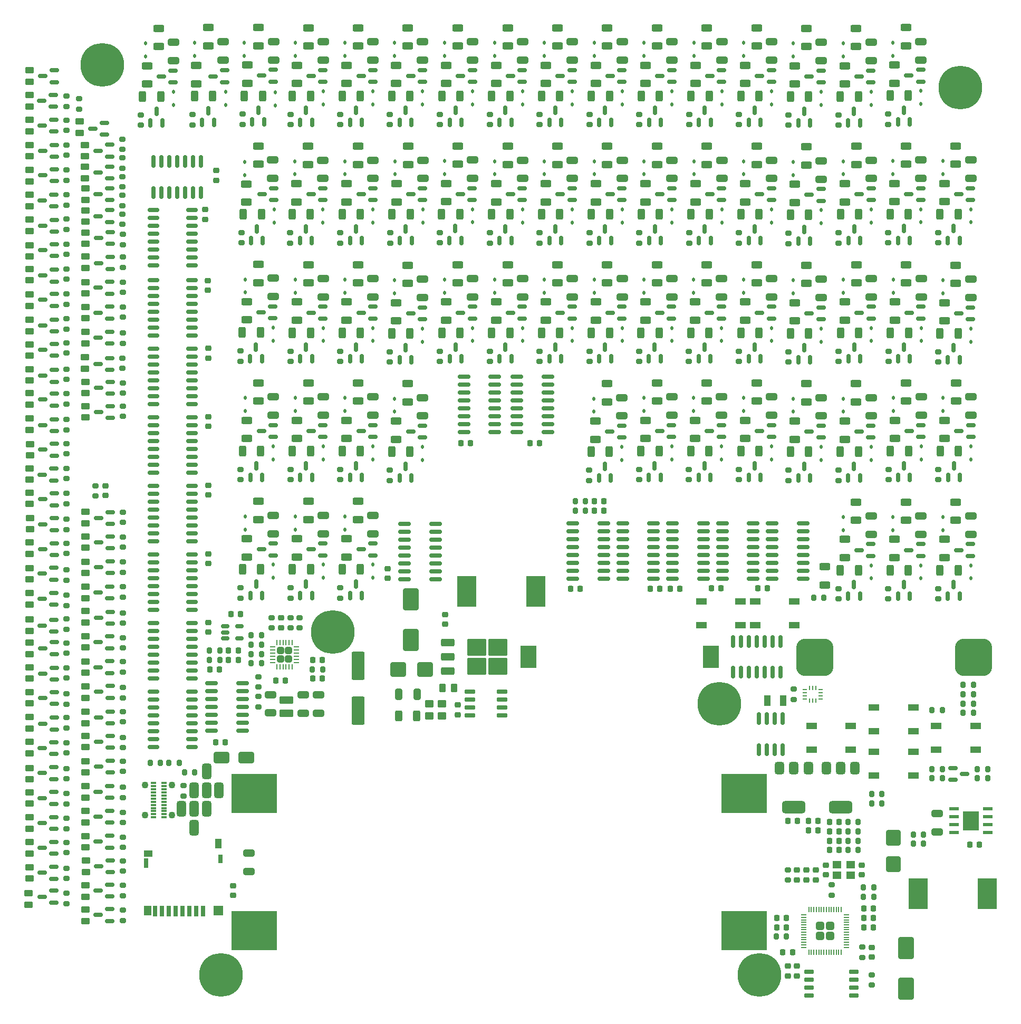
<source format=gbr>
%TF.GenerationSoftware,KiCad,Pcbnew,8.0.2*%
%TF.CreationDate,2024-06-03T23:57:49-04:00*%
%TF.ProjectId,IGGDriver,49474744-7269-4766-9572-2e6b69636164,rev?*%
%TF.SameCoordinates,Original*%
%TF.FileFunction,Paste,Top*%
%TF.FilePolarity,Positive*%
%FSLAX46Y46*%
G04 Gerber Fmt 4.6, Leading zero omitted, Abs format (unit mm)*
G04 Created by KiCad (PCBNEW 8.0.2) date 2024-06-03 23:57:49*
%MOMM*%
%LPD*%
G01*
G04 APERTURE LIST*
G04 Aperture macros list*
%AMRoundRect*
0 Rectangle with rounded corners*
0 $1 Rounding radius*
0 $2 $3 $4 $5 $6 $7 $8 $9 X,Y pos of 4 corners*
0 Add a 4 corners polygon primitive as box body*
4,1,4,$2,$3,$4,$5,$6,$7,$8,$9,$2,$3,0*
0 Add four circle primitives for the rounded corners*
1,1,$1+$1,$2,$3*
1,1,$1+$1,$4,$5*
1,1,$1+$1,$6,$7*
1,1,$1+$1,$8,$9*
0 Add four rect primitives between the rounded corners*
20,1,$1+$1,$2,$3,$4,$5,0*
20,1,$1+$1,$4,$5,$6,$7,0*
20,1,$1+$1,$6,$7,$8,$9,0*
20,1,$1+$1,$8,$9,$2,$3,0*%
G04 Aperture macros list end*
%ADD10RoundRect,0.250000X0.625000X-0.312500X0.625000X0.312500X-0.625000X0.312500X-0.625000X-0.312500X0*%
%ADD11RoundRect,0.150000X0.587500X0.150000X-0.587500X0.150000X-0.587500X-0.150000X0.587500X-0.150000X0*%
%ADD12RoundRect,0.250000X-0.650000X0.325000X-0.650000X-0.325000X0.650000X-0.325000X0.650000X0.325000X0*%
%ADD13RoundRect,0.250000X-0.312500X-0.625000X0.312500X-0.625000X0.312500X0.625000X-0.312500X0.625000X0*%
%ADD14RoundRect,0.200000X-0.275000X0.200000X-0.275000X-0.200000X0.275000X-0.200000X0.275000X0.200000X0*%
%ADD15RoundRect,0.112500X-0.112500X0.187500X-0.112500X-0.187500X0.112500X-0.187500X0.112500X0.187500X0*%
%ADD16RoundRect,0.150000X0.150000X-0.587500X0.150000X0.587500X-0.150000X0.587500X-0.150000X-0.587500X0*%
%ADD17RoundRect,0.225000X0.250000X-0.225000X0.250000X0.225000X-0.250000X0.225000X-0.250000X-0.225000X0*%
%ADD18RoundRect,0.200000X0.200000X0.275000X-0.200000X0.275000X-0.200000X-0.275000X0.200000X-0.275000X0*%
%ADD19RoundRect,0.250000X-0.625000X0.312500X-0.625000X-0.312500X0.625000X-0.312500X0.625000X0.312500X0*%
%ADD20RoundRect,0.225000X0.225000X0.250000X-0.225000X0.250000X-0.225000X-0.250000X0.225000X-0.250000X0*%
%ADD21RoundRect,0.150000X-0.150000X0.825000X-0.150000X-0.825000X0.150000X-0.825000X0.150000X0.825000X0*%
%ADD22RoundRect,0.250000X-0.325000X-0.650000X0.325000X-0.650000X0.325000X0.650000X-0.325000X0.650000X0*%
%ADD23RoundRect,0.200000X-0.200000X-0.275000X0.200000X-0.275000X0.200000X0.275000X-0.200000X0.275000X0*%
%ADD24RoundRect,0.250000X-0.450000X0.262500X-0.450000X-0.262500X0.450000X-0.262500X0.450000X0.262500X0*%
%ADD25RoundRect,0.200000X0.275000X-0.200000X0.275000X0.200000X-0.275000X0.200000X-0.275000X-0.200000X0*%
%ADD26RoundRect,0.162500X-0.750000X-0.162500X0.750000X-0.162500X0.750000X0.162500X-0.750000X0.162500X0*%
%ADD27RoundRect,0.218750X-0.218750X-0.256250X0.218750X-0.256250X0.218750X0.256250X-0.218750X0.256250X0*%
%ADD28RoundRect,0.225000X-0.225000X-0.250000X0.225000X-0.250000X0.225000X0.250000X-0.225000X0.250000X0*%
%ADD29RoundRect,0.150000X0.825000X0.150000X-0.825000X0.150000X-0.825000X-0.150000X0.825000X-0.150000X0*%
%ADD30RoundRect,0.225000X-0.250000X0.225000X-0.250000X-0.225000X0.250000X-0.225000X0.250000X0.225000X0*%
%ADD31RoundRect,0.250000X0.650000X-0.325000X0.650000X0.325000X-0.650000X0.325000X-0.650000X-0.325000X0*%
%ADD32C,7.000000*%
%ADD33RoundRect,0.375000X-0.375000X0.625000X-0.375000X-0.625000X0.375000X-0.625000X0.375000X0.625000X0*%
%ADD34RoundRect,0.500000X-1.400000X0.500000X-1.400000X-0.500000X1.400000X-0.500000X1.400000X0.500000X0*%
%ADD35RoundRect,0.250001X-0.799999X1.999999X-0.799999X-1.999999X0.799999X-1.999999X0.799999X1.999999X0*%
%ADD36RoundRect,0.150000X-0.512500X-0.150000X0.512500X-0.150000X0.512500X0.150000X-0.512500X0.150000X0*%
%ADD37RoundRect,0.218750X0.256250X-0.218750X0.256250X0.218750X-0.256250X0.218750X-0.256250X-0.218750X0*%
%ADD38R,7.340000X6.350000*%
%ADD39RoundRect,0.218750X0.218750X0.256250X-0.218750X0.256250X-0.218750X-0.256250X0.218750X-0.256250X0*%
%ADD40R,2.600000X3.600000*%
%ADD41RoundRect,0.250000X-0.315000X0.315000X-0.315000X-0.315000X0.315000X-0.315000X0.315000X0.315000X0*%
%ADD42RoundRect,0.062500X-0.062500X0.350000X-0.062500X-0.350000X0.062500X-0.350000X0.062500X0.350000X0*%
%ADD43RoundRect,0.062500X-0.350000X0.062500X-0.350000X-0.062500X0.350000X-0.062500X0.350000X0.062500X0*%
%ADD44RoundRect,0.250000X-1.000000X1.500000X-1.000000X-1.500000X1.000000X-1.500000X1.000000X1.500000X0*%
%ADD45R,1.000000X1.800000*%
%ADD46RoundRect,0.250000X-0.850000X0.375000X-0.850000X-0.375000X0.850000X-0.375000X0.850000X0.375000X0*%
%ADD47R,1.700000X1.000000*%
%ADD48RoundRect,0.250000X1.000000X-1.500000X1.000000X1.500000X-1.000000X1.500000X-1.000000X-1.500000X0*%
%ADD49R,1.550000X0.600000*%
%ADD50R,2.600000X3.100000*%
%ADD51RoundRect,0.150000X0.150000X-0.825000X0.150000X0.825000X-0.150000X0.825000X-0.150000X-0.825000X0*%
%ADD52RoundRect,0.249999X0.395001X0.395001X-0.395001X0.395001X-0.395001X-0.395001X0.395001X-0.395001X0*%
%ADD53RoundRect,0.050000X0.387500X0.050000X-0.387500X0.050000X-0.387500X-0.050000X0.387500X-0.050000X0*%
%ADD54RoundRect,0.050000X0.050000X0.387500X-0.050000X0.387500X-0.050000X-0.387500X0.050000X-0.387500X0*%
%ADD55R,0.675000X0.250000*%
%ADD56R,0.250000X0.675000*%
%ADD57R,0.700000X1.750000*%
%ADD58R,1.450000X1.000000*%
%ADD59R,1.000000X1.550000*%
%ADD60R,0.800000X1.500000*%
%ADD61R,1.300000X1.500000*%
%ADD62R,1.500000X1.500000*%
%ADD63R,0.800000X1.400000*%
%ADD64RoundRect,0.250000X0.450000X-0.350000X0.450000X0.350000X-0.450000X0.350000X-0.450000X-0.350000X0*%
%ADD65RoundRect,0.250000X-0.850000X-0.350000X0.850000X-0.350000X0.850000X0.350000X-0.850000X0.350000X0*%
%ADD66RoundRect,0.250000X-1.275000X-1.125000X1.275000X-1.125000X1.275000X1.125000X-1.275000X1.125000X0*%
%ADD67R,1.400000X1.200000*%
%ADD68RoundRect,0.218750X-0.256250X0.218750X-0.256250X-0.218750X0.256250X-0.218750X0.256250X0.218750X0*%
%ADD69RoundRect,0.250000X-0.450000X0.350000X-0.450000X-0.350000X0.450000X-0.350000X0.450000X0.350000X0*%
%ADD70RoundRect,0.375000X0.375000X-0.875000X0.375000X0.875000X-0.375000X0.875000X-0.375000X-0.875000X0*%
%ADD71RoundRect,0.250000X1.000000X0.650000X-1.000000X0.650000X-1.000000X-0.650000X1.000000X-0.650000X0*%
%ADD72RoundRect,0.250000X0.900000X-1.000000X0.900000X1.000000X-0.900000X1.000000X-0.900000X-1.000000X0*%
%ADD73R,0.850000X0.300000*%
%ADD74C,1.100000*%
%ADD75RoundRect,1.500000X1.500000X1.500000X-1.500000X1.500000X-1.500000X-1.500000X1.500000X-1.500000X0*%
%ADD76RoundRect,0.250000X-1.000000X-0.900000X1.000000X-0.900000X1.000000X0.900000X-1.000000X0.900000X0*%
%ADD77RoundRect,0.150000X0.725000X0.150000X-0.725000X0.150000X-0.725000X-0.150000X0.725000X-0.150000X0*%
%ADD78R,3.100000X5.000000*%
%ADD79RoundRect,0.250000X0.262500X0.450000X-0.262500X0.450000X-0.262500X-0.450000X0.262500X-0.450000X0*%
%ADD80RoundRect,0.150000X0.650000X0.150000X-0.650000X0.150000X-0.650000X-0.150000X0.650000X-0.150000X0*%
%ADD81RoundRect,0.150000X-0.587500X-0.150000X0.587500X-0.150000X0.587500X0.150000X-0.587500X0.150000X0*%
G04 APERTURE END LIST*
D10*
%TO.C,R95*%
X129187500Y-61962500D03*
X129187500Y-59037500D03*
%TD*%
%TO.C,R67*%
X129187500Y-23962500D03*
X129187500Y-21037500D03*
%TD*%
D11*
%TO.C,Q123*%
X229337500Y-61800000D03*
X229337500Y-59900000D03*
X227462500Y-60850000D03*
%TD*%
D12*
%TO.C,C43*%
X141400000Y-17275000D03*
X141400000Y-20225000D03*
%TD*%
D10*
%TO.C,R151*%
X177150000Y-80962500D03*
X177150000Y-78037500D03*
%TD*%
D11*
%TO.C,Q47*%
X141375000Y-42700000D03*
X141375000Y-40800000D03*
X139500000Y-41750000D03*
%TD*%
D13*
%TO.C,R237*%
X208475000Y-44962500D03*
X211400000Y-44962500D03*
%TD*%
D10*
%TO.C,R59*%
X121187500Y-99962500D03*
X121187500Y-97037500D03*
%TD*%
D14*
%TO.C,R52*%
X120187500Y-85925000D03*
X120187500Y-87575000D03*
%TD*%
D15*
%TO.C,D28*%
X120937500Y-74450000D03*
X120937500Y-76550000D03*
%TD*%
D10*
%TO.C,R227*%
X209187500Y-61962500D03*
X209187500Y-59037500D03*
%TD*%
D16*
%TO.C,Q78*%
X185700000Y-68187500D03*
X187600000Y-68187500D03*
X186650000Y-66312500D03*
%TD*%
D14*
%TO.C,R20*%
X104462500Y-28987500D03*
X104462500Y-30637500D03*
%TD*%
D15*
%TO.C,D59*%
X157437500Y-25200000D03*
X157437500Y-27300000D03*
%TD*%
%TO.C,D29*%
X125437500Y-101200000D03*
X125437500Y-103300000D03*
%TD*%
D17*
%TO.C,C1011*%
X106900000Y-57175000D03*
X106900000Y-55625000D03*
%TD*%
D11*
%TO.C,Q25*%
X133375000Y-23700000D03*
X133375000Y-21800000D03*
X131500000Y-22750000D03*
%TD*%
D18*
%TO.C,R303*%
X211325000Y-145500000D03*
X209675000Y-145500000D03*
%TD*%
D10*
%TO.C,R51*%
X121150000Y-42962500D03*
X121150000Y-40037500D03*
%TD*%
%TO.C,R195*%
X193187500Y-42962500D03*
X193187500Y-40037500D03*
%TD*%
D13*
%TO.C,R205*%
X192475000Y-25962500D03*
X195400000Y-25962500D03*
%TD*%
D19*
%TO.C,R158*%
X171037500Y-15037500D03*
X171037500Y-17962500D03*
%TD*%
D20*
%TO.C,C9*%
X196775000Y-105000000D03*
X195225000Y-105000000D03*
%TD*%
D21*
%TO.C,U1004*%
X105810000Y-36525000D03*
X104540000Y-36525000D03*
X103270000Y-36525000D03*
X102000000Y-36525000D03*
X100730000Y-36525000D03*
X99460000Y-36525000D03*
X98190000Y-36525000D03*
X98190000Y-41475000D03*
X99460000Y-41475000D03*
X100730000Y-41475000D03*
X102000000Y-41475000D03*
X103270000Y-41475000D03*
X104540000Y-41475000D03*
X105810000Y-41475000D03*
%TD*%
D10*
%TO.C,R243*%
X217187500Y-80962500D03*
X217187500Y-78037500D03*
%TD*%
D16*
%TO.C,Q50*%
X153737500Y-68187500D03*
X155637500Y-68187500D03*
X154687500Y-66312500D03*
%TD*%
D12*
%TO.C,C59*%
X173400000Y-74375000D03*
X173400000Y-77325000D03*
%TD*%
%TO.C,C76*%
X205400000Y-55375000D03*
X205400000Y-58325000D03*
%TD*%
D13*
%TO.C,R21*%
X104750000Y-26025000D03*
X107675000Y-26025000D03*
%TD*%
D22*
%TO.C,C104*%
X137524999Y-122000000D03*
X140475001Y-122000000D03*
%TD*%
D12*
%TO.C,C42*%
X133437500Y-17275000D03*
X133437500Y-20225000D03*
%TD*%
D11*
%TO.C,Q1009*%
X91187500Y-154425000D03*
X91187500Y-152525000D03*
X89312500Y-153475000D03*
%TD*%
%TO.C,Q79*%
X181375000Y-23700000D03*
X181375000Y-21800000D03*
X179500000Y-22750000D03*
%TD*%
D20*
%TO.C,C13*%
X189275000Y-105000000D03*
X187725000Y-105000000D03*
%TD*%
D19*
%TO.C,R22*%
X107000000Y-15000000D03*
X107000000Y-17925000D03*
%TD*%
D23*
%TO.C,R283*%
X223175000Y-134000000D03*
X224825000Y-134000000D03*
%TD*%
D14*
%TO.C,R84*%
X144187500Y-28925000D03*
X144187500Y-30575000D03*
%TD*%
D11*
%TO.C,Q1062*%
X91187500Y-57700000D03*
X91187500Y-55800000D03*
X89312500Y-56750000D03*
%TD*%
%TO.C,Q1053*%
X82250000Y-75650000D03*
X82250000Y-73750000D03*
X80375000Y-74700000D03*
%TD*%
D24*
%TO.C,R1097*%
X78250000Y-41837500D03*
X78250000Y-43662500D03*
%TD*%
D12*
%TO.C,C93*%
X229437500Y-74275000D03*
X229437500Y-77225000D03*
%TD*%
D25*
%TO.C,R1009*%
X84250000Y-55400000D03*
X84250000Y-53750000D03*
%TD*%
D12*
%TO.C,C30*%
X101400000Y-17375000D03*
X101400000Y-20325000D03*
%TD*%
D19*
%TO.C,R66*%
X131037500Y-15037500D03*
X131037500Y-17962500D03*
%TD*%
D14*
%TO.C,R76*%
X128187500Y-47925000D03*
X128187500Y-49575000D03*
%TD*%
D11*
%TO.C,Q81*%
X189375000Y-42700000D03*
X189375000Y-40800000D03*
X187500000Y-41750000D03*
%TD*%
D12*
%TO.C,C69*%
X181437500Y-17275000D03*
X181437500Y-20225000D03*
%TD*%
D14*
%TO.C,R156*%
X168187500Y-28925000D03*
X168187500Y-30575000D03*
%TD*%
D12*
%TO.C,C48*%
X141400000Y-74375000D03*
X141400000Y-77325000D03*
%TD*%
D15*
%TO.C,D13*%
X117750000Y-25412500D03*
X117750000Y-27512500D03*
%TD*%
D12*
%TO.C,C61*%
X165437500Y-17275000D03*
X165437500Y-20225000D03*
%TD*%
D15*
%TO.C,D93*%
X197437500Y-63200000D03*
X197437500Y-65300000D03*
%TD*%
D24*
%TO.C,R1098*%
X78250000Y-25837500D03*
X78250000Y-27662500D03*
%TD*%
D10*
%TO.C,R79*%
X129187500Y-42962500D03*
X129187500Y-40037500D03*
%TD*%
D25*
%TO.C,R1004*%
X84250000Y-143575000D03*
X84250000Y-141925000D03*
%TD*%
D15*
%TO.C,D15*%
X117550000Y-44187500D03*
X117550000Y-46287500D03*
%TD*%
D14*
%TO.C,R236*%
X208187500Y-47925000D03*
X208187500Y-49575000D03*
%TD*%
D24*
%TO.C,R1126*%
X87250000Y-92737500D03*
X87250000Y-94562500D03*
%TD*%
D23*
%TO.C,R300*%
X198175000Y-160900000D03*
X199825000Y-160900000D03*
%TD*%
D13*
%TO.C,R145*%
X168475000Y-44962500D03*
X171400000Y-44962500D03*
%TD*%
D19*
%TO.C,R46*%
X115037500Y-72037500D03*
X115037500Y-74962500D03*
%TD*%
D24*
%TO.C,R1028*%
X87250000Y-136737500D03*
X87250000Y-138562500D03*
%TD*%
D15*
%TO.C,D125*%
X221400000Y-25162500D03*
X221400000Y-27262500D03*
%TD*%
D26*
%TO.C,U1002*%
X98162500Y-121555000D03*
X98162500Y-122825000D03*
X98162500Y-124095000D03*
X98162500Y-125365000D03*
X98162500Y-126635000D03*
X98162500Y-127905000D03*
X98162500Y-129175000D03*
X98162500Y-130445000D03*
X104337500Y-130445000D03*
X104337500Y-129175000D03*
X104337500Y-127905000D03*
X104337500Y-126635000D03*
X104337500Y-125365000D03*
X104337500Y-124095000D03*
X104337500Y-122825000D03*
X104337500Y-121555000D03*
%TD*%
D13*
%TO.C,R77*%
X128475000Y-44962500D03*
X131400000Y-44962500D03*
%TD*%
D20*
%TO.C,C1001*%
X112187500Y-109112500D03*
X110637500Y-109112500D03*
%TD*%
D11*
%TO.C,Q1024*%
X91187500Y-39200000D03*
X91187500Y-37300000D03*
X89312500Y-38250000D03*
%TD*%
D15*
%TO.C,D48*%
X128937500Y-55450000D03*
X128937500Y-57550000D03*
%TD*%
D11*
%TO.C,Q41*%
X141337500Y-61800000D03*
X141337500Y-59900000D03*
X139462500Y-60850000D03*
%TD*%
D16*
%TO.C,Q124*%
X225700000Y-68287500D03*
X227600000Y-68287500D03*
X226650000Y-66412500D03*
%TD*%
D10*
%TO.C,R135*%
X169150000Y-81062500D03*
X169150000Y-78137500D03*
%TD*%
D25*
%TO.C,R1087*%
X93250000Y-77400000D03*
X93250000Y-75750000D03*
%TD*%
D15*
%TO.C,D69*%
X173437500Y-63200000D03*
X173437500Y-65300000D03*
%TD*%
%TO.C,D71*%
X165437500Y-25200000D03*
X165437500Y-27300000D03*
%TD*%
%TO.C,D131*%
X229400000Y-63300000D03*
X229400000Y-65400000D03*
%TD*%
D25*
%TO.C,R1118*%
X93250000Y-94400000D03*
X93250000Y-92750000D03*
%TD*%
%TO.C,R1084*%
X93250000Y-130575000D03*
X93250000Y-128925000D03*
%TD*%
D23*
%TO.C,R295*%
X165887500Y-91000000D03*
X167537500Y-91000000D03*
%TD*%
D25*
%TO.C,R1054*%
X93250000Y-102400000D03*
X93250000Y-100750000D03*
%TD*%
D15*
%TO.C,D107*%
X213400000Y-101300000D03*
X213400000Y-103400000D03*
%TD*%
D25*
%TO.C,R1116*%
X93250000Y-126400000D03*
X93250000Y-124750000D03*
%TD*%
D24*
%TO.C,R1123*%
X87250000Y-140737500D03*
X87250000Y-142562500D03*
%TD*%
D16*
%TO.C,Q34*%
X129737500Y-87187500D03*
X131637500Y-87187500D03*
X130687500Y-85312500D03*
%TD*%
D25*
%TO.C,R1035*%
X84250000Y-155575000D03*
X84250000Y-153925000D03*
%TD*%
D11*
%TO.C,Q109*%
X221337500Y-99800000D03*
X221337500Y-97900000D03*
X219462500Y-98850000D03*
%TD*%
D15*
%TO.C,D45*%
X141400000Y-82300000D03*
X141400000Y-84400000D03*
%TD*%
D24*
%TO.C,R1018*%
X87250000Y-40837500D03*
X87250000Y-42662500D03*
%TD*%
D10*
%TO.C,R251*%
X217150000Y-23925000D03*
X217150000Y-21000000D03*
%TD*%
D15*
%TO.C,D67*%
X173400000Y-82300000D03*
X173400000Y-84400000D03*
%TD*%
D19*
%TO.C,R254*%
X219037500Y-53037500D03*
X219037500Y-55962500D03*
%TD*%
D14*
%TO.C,R200*%
X200150000Y-67025000D03*
X200150000Y-68675000D03*
%TD*%
D13*
%TO.C,R137*%
X168475000Y-63962500D03*
X171400000Y-63962500D03*
%TD*%
D24*
%TO.C,R1108*%
X78250000Y-129650000D03*
X78250000Y-131475000D03*
%TD*%
D19*
%TO.C,R86*%
X147037500Y-15037500D03*
X147037500Y-17962500D03*
%TD*%
D26*
%TO.C,U1005*%
X98162500Y-110555000D03*
X98162500Y-111825000D03*
X98162500Y-113095000D03*
X98162500Y-114365000D03*
X98162500Y-115635000D03*
X98162500Y-116905000D03*
X98162500Y-118175000D03*
X98162500Y-119445000D03*
X104337500Y-119445000D03*
X104337500Y-118175000D03*
X104337500Y-116905000D03*
X104337500Y-115635000D03*
X104337500Y-114365000D03*
X104337500Y-113095000D03*
X104337500Y-111825000D03*
X104337500Y-110555000D03*
%TD*%
D12*
%TO.C,C40*%
X125437500Y-93275000D03*
X125437500Y-96225000D03*
%TD*%
D11*
%TO.C,Q89*%
X197375000Y-42700000D03*
X197375000Y-40800000D03*
X195500000Y-41750000D03*
%TD*%
D25*
%TO.C,R1003*%
X93250000Y-158300000D03*
X93250000Y-156650000D03*
%TD*%
%TO.C,R1008*%
X84250000Y-71487500D03*
X84250000Y-69837500D03*
%TD*%
D11*
%TO.C,Q31*%
X133375000Y-42700000D03*
X133375000Y-40800000D03*
X131500000Y-41750000D03*
%TD*%
D25*
%TO.C,R1115*%
X93250000Y-142575000D03*
X93250000Y-140925000D03*
%TD*%
D10*
%TO.C,R191*%
X185187500Y-23962500D03*
X185187500Y-21037500D03*
%TD*%
%TO.C,R75*%
X129187500Y-99962500D03*
X129187500Y-97037500D03*
%TD*%
D12*
%TO.C,C68*%
X189400000Y-55275000D03*
X189400000Y-58225000D03*
%TD*%
D19*
%TO.C,R18*%
X99000000Y-15137500D03*
X99000000Y-18062500D03*
%TD*%
D14*
%TO.C,R104*%
X144150000Y-47887500D03*
X144150000Y-49537500D03*
%TD*%
%TO.C,R212*%
X208150000Y-105025000D03*
X208150000Y-106675000D03*
%TD*%
D13*
%TO.C,R33*%
X112437500Y-63925000D03*
X115362500Y-63925000D03*
%TD*%
D11*
%TO.C,Q1034*%
X82187500Y-135600000D03*
X82187500Y-133700000D03*
X80312500Y-134650000D03*
%TD*%
D27*
%TO.C,D6*%
X206712500Y-145500000D03*
X208287500Y-145500000D03*
%TD*%
D12*
%TO.C,C80*%
X213400000Y-74375000D03*
X213400000Y-77325000D03*
%TD*%
D28*
%TO.C,C99*%
X117825000Y-119800000D03*
X119375000Y-119800000D03*
%TD*%
D13*
%TO.C,R165*%
X184437500Y-82962500D03*
X187362500Y-82962500D03*
%TD*%
D28*
%TO.C,C14*%
X181125000Y-105100000D03*
X182675000Y-105100000D03*
%TD*%
D14*
%TO.C,R164*%
X184150000Y-85925000D03*
X184150000Y-87575000D03*
%TD*%
D15*
%TO.C,D10*%
X96900000Y-17550000D03*
X96900000Y-19650000D03*
%TD*%
D12*
%TO.C,C82*%
X213437500Y-55275000D03*
X213437500Y-58225000D03*
%TD*%
D14*
%TO.C,R192*%
X192187500Y-47925000D03*
X192187500Y-49575000D03*
%TD*%
D15*
%TO.C,D27*%
X125437500Y-82200000D03*
X125437500Y-84300000D03*
%TD*%
D29*
%TO.C,U10*%
X194475000Y-103445000D03*
X194475000Y-102175000D03*
X194475000Y-100905000D03*
X194475000Y-99635000D03*
X194475000Y-98365000D03*
X194475000Y-97095000D03*
X194475000Y-95825000D03*
X194475000Y-94555000D03*
X189525000Y-94555000D03*
X189525000Y-95825000D03*
X189525000Y-97095000D03*
X189525000Y-98365000D03*
X189525000Y-99635000D03*
X189525000Y-100905000D03*
X189525000Y-102175000D03*
X189525000Y-103445000D03*
%TD*%
D14*
%TO.C,R220*%
X200150000Y-29025000D03*
X200150000Y-30675000D03*
%TD*%
D24*
%TO.C,R1066*%
X78250000Y-29837500D03*
X78250000Y-31662500D03*
%TD*%
D23*
%TO.C,R298*%
X165887500Y-92500000D03*
X167537500Y-92500000D03*
%TD*%
D25*
%TO.C,R1037*%
X84250000Y-123575000D03*
X84250000Y-121925000D03*
%TD*%
D12*
%TO.C,C37*%
X117437500Y-74275000D03*
X117437500Y-77225000D03*
%TD*%
D25*
%TO.C,R1010*%
X93187500Y-43575000D03*
X93187500Y-41925000D03*
%TD*%
D11*
%TO.C,Q1038*%
X82250000Y-63750000D03*
X82250000Y-61850000D03*
X80375000Y-62800000D03*
%TD*%
D16*
%TO.C,Q4*%
X106012500Y-30250000D03*
X107912500Y-30250000D03*
X106962500Y-28375000D03*
%TD*%
D23*
%TO.C,R296*%
X107175000Y-116500000D03*
X108825000Y-116500000D03*
%TD*%
D30*
%TO.C,C18*%
X201500000Y-165625000D03*
X201500000Y-167175000D03*
%TD*%
D11*
%TO.C,Q1045*%
X91250000Y-77650000D03*
X91250000Y-75750000D03*
X89375000Y-76700000D03*
%TD*%
D10*
%TO.C,R223*%
X201150000Y-24062500D03*
X201150000Y-21137500D03*
%TD*%
D31*
%TO.C,C94*%
X113500000Y-150475000D03*
X113500000Y-147525000D03*
%TD*%
D13*
%TO.C,R169*%
X184437500Y-63962500D03*
X187362500Y-63962500D03*
%TD*%
D12*
%TO.C,C92*%
X229400000Y-36237500D03*
X229400000Y-39187500D03*
%TD*%
D11*
%TO.C,Q11*%
X117375000Y-99700000D03*
X117375000Y-97800000D03*
X115500000Y-98750000D03*
%TD*%
D27*
%TO.C,D139*%
X206712500Y-144000000D03*
X208287500Y-144000000D03*
%TD*%
D24*
%TO.C,R1048*%
X78250000Y-65837500D03*
X78250000Y-67662500D03*
%TD*%
D16*
%TO.C,Q18*%
X121700000Y-49187500D03*
X123600000Y-49187500D03*
X122650000Y-47312500D03*
%TD*%
%TO.C,Q102*%
X209700000Y-87287500D03*
X211600000Y-87287500D03*
X210650000Y-85412500D03*
%TD*%
D32*
%TO.C,H5*%
X90000000Y-21000000D03*
%TD*%
D11*
%TO.C,Q1032*%
X82187500Y-31700000D03*
X82187500Y-29800000D03*
X80312500Y-30750000D03*
%TD*%
D10*
%TO.C,R63*%
X121187500Y-61962500D03*
X121187500Y-59037500D03*
%TD*%
D19*
%TO.C,R142*%
X163037500Y-15037500D03*
X163037500Y-17962500D03*
%TD*%
D24*
%TO.C,R1112*%
X78250000Y-57837500D03*
X78250000Y-59662500D03*
%TD*%
D11*
%TO.C,Q1013*%
X82250000Y-91650000D03*
X82250000Y-89750000D03*
X80375000Y-90700000D03*
%TD*%
D24*
%TO.C,R1078*%
X78250000Y-101737500D03*
X78250000Y-103562500D03*
%TD*%
D15*
%TO.C,D30*%
X120937500Y-93450000D03*
X120937500Y-95550000D03*
%TD*%
D33*
%TO.C,U1*%
X210800000Y-133850000D03*
X208500000Y-133850001D03*
D34*
X208500000Y-140149999D03*
D33*
X206200000Y-133850000D03*
%TD*%
D35*
%TO.C,C105*%
X131000000Y-117400001D03*
X131000000Y-124599999D03*
%TD*%
D10*
%TO.C,R247*%
X217150000Y-42925000D03*
X217150000Y-40000000D03*
%TD*%
D16*
%TO.C,Q90*%
X193737500Y-49187500D03*
X195637500Y-49187500D03*
X194687500Y-47312500D03*
%TD*%
D11*
%TO.C,Q1019*%
X82250000Y-123550000D03*
X82250000Y-121650000D03*
X80375000Y-122600000D03*
%TD*%
%TO.C,Q1005*%
X82250000Y-95650000D03*
X82250000Y-93750000D03*
X80375000Y-94700000D03*
%TD*%
D16*
%TO.C,Q118*%
X217700000Y-30150000D03*
X219600000Y-30150000D03*
X218650000Y-28275000D03*
%TD*%
D11*
%TO.C,Q1035*%
X82250000Y-119650000D03*
X82250000Y-117750000D03*
X80375000Y-118700000D03*
%TD*%
D30*
%TO.C,C1002*%
X107000000Y-110475000D03*
X107000000Y-112025000D03*
%TD*%
D15*
%TO.C,D49*%
X141400000Y-63300000D03*
X141400000Y-65400000D03*
%TD*%
D11*
%TO.C,Q1012*%
X91187500Y-106600000D03*
X91187500Y-104700000D03*
X89312500Y-105650000D03*
%TD*%
%TO.C,Q33*%
X133375000Y-80700000D03*
X133375000Y-78800000D03*
X131500000Y-79750000D03*
%TD*%
D15*
%TO.C,D89*%
X189437500Y-44200000D03*
X189437500Y-46300000D03*
%TD*%
D36*
%TO.C,U1001*%
X109725000Y-111100000D03*
X109725000Y-112050000D03*
X109725000Y-113000000D03*
X112000000Y-113000000D03*
X112000000Y-111100000D03*
%TD*%
D11*
%TO.C,Q1010*%
X91187500Y-138600000D03*
X91187500Y-136700000D03*
X89312500Y-137650000D03*
%TD*%
D24*
%TO.C,R1076*%
X78250000Y-133825000D03*
X78250000Y-135650000D03*
%TD*%
%TO.C,R1059*%
X87312500Y-148687500D03*
X87312500Y-150512500D03*
%TD*%
D17*
%TO.C,C20*%
X201500000Y-151775000D03*
X201500000Y-150225000D03*
%TD*%
D12*
%TO.C,C49*%
X133437500Y-55275000D03*
X133437500Y-58225000D03*
%TD*%
D25*
%TO.C,R1083*%
X93250000Y-146575000D03*
X93250000Y-144925000D03*
%TD*%
D13*
%TO.C,R249*%
X216437500Y-25925000D03*
X219362500Y-25925000D03*
%TD*%
D25*
%TO.C,R1086*%
X93250000Y-98400000D03*
X93250000Y-96750000D03*
%TD*%
%TO.C,R6*%
X117175000Y-111350000D03*
X117175000Y-109700000D03*
%TD*%
D10*
%TO.C,R263*%
X225150000Y-62062500D03*
X225150000Y-59137500D03*
%TD*%
%TO.C,R99*%
X137150000Y-62062500D03*
X137150000Y-59137500D03*
%TD*%
%TO.C,R87*%
X145187500Y-23962500D03*
X145187500Y-21037500D03*
%TD*%
D37*
%TO.C,D7*%
X118675000Y-111312501D03*
X118675000Y-109737499D03*
%TD*%
D25*
%TO.C,R1068*%
X84250000Y-135575000D03*
X84250000Y-133925000D03*
%TD*%
D15*
%TO.C,D42*%
X128937500Y-74450000D03*
X128937500Y-76550000D03*
%TD*%
D24*
%TO.C,R1077*%
X78250000Y-117650000D03*
X78250000Y-119475000D03*
%TD*%
D16*
%TO.C,Q44*%
X145737500Y-68187500D03*
X147637500Y-68187500D03*
X146687500Y-66312500D03*
%TD*%
D12*
%TO.C,C65*%
X173437500Y-17275000D03*
X173437500Y-20225000D03*
%TD*%
D15*
%TO.C,D83*%
X189400000Y-82200000D03*
X189400000Y-84300000D03*
%TD*%
D28*
%TO.C,C12*%
X165125000Y-105100000D03*
X166675000Y-105100000D03*
%TD*%
%TO.C,C5*%
X200025000Y-142300000D03*
X201575000Y-142300000D03*
%TD*%
D20*
%TO.C,C25*%
X200775000Y-163400000D03*
X199225000Y-163400000D03*
%TD*%
D38*
%TO.C,BT1*%
X193030000Y-137900000D03*
X114370000Y-137900000D03*
%TD*%
D25*
%TO.C,R1071*%
X84250000Y-79575000D03*
X84250000Y-77925000D03*
%TD*%
D29*
%TO.C,U7*%
X170475000Y-103445000D03*
X170475000Y-102175000D03*
X170475000Y-100905000D03*
X170475000Y-99635000D03*
X170475000Y-98365000D03*
X170475000Y-97095000D03*
X170475000Y-95825000D03*
X170475000Y-94555000D03*
X165525000Y-94555000D03*
X165525000Y-95825000D03*
X165525000Y-97095000D03*
X165525000Y-98365000D03*
X165525000Y-99635000D03*
X165525000Y-100905000D03*
X165525000Y-102175000D03*
X165525000Y-103445000D03*
%TD*%
D12*
%TO.C,C78*%
X205400000Y-36375000D03*
X205400000Y-39325000D03*
%TD*%
D15*
%TO.C,D85*%
X189400000Y-63200000D03*
X189400000Y-65300000D03*
%TD*%
D19*
%TO.C,R130*%
X163037500Y-34037500D03*
X163037500Y-36962500D03*
%TD*%
D39*
%TO.C,D1*%
X170500001Y-91000000D03*
X168924999Y-91000000D03*
%TD*%
D40*
%TO.C,BT3*%
X187650000Y-116000000D03*
X158350000Y-116000000D03*
%TD*%
D19*
%TO.C,R210*%
X203000000Y-34137500D03*
X203000000Y-37062500D03*
%TD*%
D18*
%TO.C,R287*%
X224827500Y-135500000D03*
X223177500Y-135500000D03*
%TD*%
D15*
%TO.C,D35*%
X141400000Y-25200000D03*
X141400000Y-27300000D03*
%TD*%
D11*
%TO.C,Q71*%
X173375000Y-23700000D03*
X173375000Y-21800000D03*
X171500000Y-22750000D03*
%TD*%
D16*
%TO.C,Q46*%
X145700000Y-49150000D03*
X147600000Y-49150000D03*
X146650000Y-47275000D03*
%TD*%
D18*
%TO.C,R299*%
X211325000Y-147000000D03*
X209675000Y-147000000D03*
%TD*%
D23*
%TO.C,R289*%
X223175000Y-124500000D03*
X224825000Y-124500000D03*
%TD*%
D16*
%TO.C,Q52*%
X153737500Y-30187500D03*
X155637500Y-30187500D03*
X154687500Y-28312500D03*
%TD*%
D15*
%TO.C,D44*%
X144937500Y-17450000D03*
X144937500Y-19550000D03*
%TD*%
%TO.C,D60*%
X152937500Y-17450000D03*
X152937500Y-19550000D03*
%TD*%
D11*
%TO.C,Q51*%
X157375000Y-23700000D03*
X157375000Y-21800000D03*
X155500000Y-22750000D03*
%TD*%
D15*
%TO.C,D16*%
X112862500Y-36550000D03*
X112862500Y-38650000D03*
%TD*%
D19*
%TO.C,R30*%
X115000000Y-34000000D03*
X115000000Y-36925000D03*
%TD*%
D10*
%TO.C,R207*%
X193187500Y-23962500D03*
X193187500Y-21037500D03*
%TD*%
D21*
%TO.C,U19*%
X199205000Y-125925000D03*
X197935000Y-125925000D03*
X196665000Y-125925000D03*
X195395000Y-125925000D03*
X195395000Y-130875000D03*
X196665000Y-130875000D03*
X197935000Y-130875000D03*
X199205000Y-130875000D03*
%TD*%
D26*
%TO.C,U1009*%
X98162500Y-66555000D03*
X98162500Y-67825000D03*
X98162500Y-69095000D03*
X98162500Y-70365000D03*
X98162500Y-71635000D03*
X98162500Y-72905000D03*
X98162500Y-74175000D03*
X98162500Y-75445000D03*
X104337500Y-75445000D03*
X104337500Y-74175000D03*
X104337500Y-72905000D03*
X104337500Y-71635000D03*
X104337500Y-70365000D03*
X104337500Y-69095000D03*
X104337500Y-67825000D03*
X104337500Y-66555000D03*
%TD*%
D16*
%TO.C,Q54*%
X161737500Y-68187500D03*
X163637500Y-68187500D03*
X162687500Y-66312500D03*
%TD*%
D11*
%TO.C,Q17*%
X125337500Y-42700000D03*
X125337500Y-40800000D03*
X123462500Y-41750000D03*
%TD*%
D41*
%TO.C,U16*%
X119875000Y-115000000D03*
X118575000Y-115000000D03*
X119875000Y-116300000D03*
X118575000Y-116300000D03*
D42*
X120475000Y-113712500D03*
X119975000Y-113712501D03*
X119475000Y-113712500D03*
X118975000Y-113712500D03*
X118475000Y-113712501D03*
X117975000Y-113712500D03*
D43*
X117287500Y-114400000D03*
X117287501Y-114900000D03*
X117287500Y-115400000D03*
X117287500Y-115900000D03*
X117287501Y-116400000D03*
X117287500Y-116900000D03*
D42*
X117975000Y-117587500D03*
X118475000Y-117587499D03*
X118975000Y-117587500D03*
X119475000Y-117587500D03*
X119975000Y-117587499D03*
X120475000Y-117587500D03*
D43*
X121162500Y-116900000D03*
X121162499Y-116400000D03*
X121162500Y-115900000D03*
X121162500Y-115400000D03*
X121162499Y-114900000D03*
X121162500Y-114400000D03*
%TD*%
D24*
%TO.C,R1081*%
X78250000Y-45837500D03*
X78250000Y-47662500D03*
%TD*%
D14*
%TO.C,R140*%
X160187500Y-28925000D03*
X160187500Y-30575000D03*
%TD*%
D15*
%TO.C,D37*%
X133437500Y-101200000D03*
X133437500Y-103300000D03*
%TD*%
D12*
%TO.C,C75*%
X205400000Y-74375000D03*
X205400000Y-77325000D03*
%TD*%
D25*
%TO.C,R28*%
X112300000Y-49562500D03*
X112300000Y-47912500D03*
%TD*%
D24*
%TO.C,R1114*%
X86350000Y-30087500D03*
X86350000Y-31912500D03*
%TD*%
D17*
%TO.C,C19*%
X206100000Y-150975000D03*
X206100000Y-149425000D03*
%TD*%
D15*
%TO.C,D18*%
X112900000Y-55412500D03*
X112900000Y-57512500D03*
%TD*%
D11*
%TO.C,Q1029*%
X82250000Y-83700000D03*
X82250000Y-81800000D03*
X80375000Y-82750000D03*
%TD*%
D17*
%TO.C,C6*%
X111000000Y-154275000D03*
X111000000Y-152725000D03*
%TD*%
D32*
%TO.C,H2*%
X109000000Y-167000000D03*
%TD*%
D19*
%TO.C,R218*%
X211000000Y-72137500D03*
X211000000Y-75062500D03*
%TD*%
D11*
%TO.C,Q1043*%
X91187500Y-114600000D03*
X91187500Y-112700000D03*
X89312500Y-113650000D03*
%TD*%
D24*
%TO.C,R1096*%
X87250000Y-59837500D03*
X87250000Y-61662500D03*
%TD*%
D13*
%TO.C,R57*%
X120475000Y-101962500D03*
X123400000Y-101962500D03*
%TD*%
%TO.C,R129*%
X160475000Y-44962500D03*
X163400000Y-44962500D03*
%TD*%
D14*
%TO.C,R92*%
X128187500Y-66925000D03*
X128187500Y-68575000D03*
%TD*%
D12*
%TO.C,C79*%
X213400000Y-93375000D03*
X213400000Y-96325000D03*
%TD*%
D15*
%TO.C,D82*%
X176937500Y-36450000D03*
X176937500Y-38550000D03*
%TD*%
D11*
%TO.C,Q15*%
X117375000Y-80700000D03*
X117375000Y-78800000D03*
X115500000Y-79750000D03*
%TD*%
D25*
%TO.C,R1070*%
X84250000Y-103675000D03*
X84250000Y-102025000D03*
%TD*%
D12*
%TO.C,C46*%
X133437500Y-74275000D03*
X133437500Y-77225000D03*
%TD*%
D44*
%TO.C,C108*%
X219000000Y-162750000D03*
X219000000Y-169250000D03*
%TD*%
D45*
%TO.C,Y2*%
X196750001Y-123000000D03*
X199249999Y-123000000D03*
%TD*%
D15*
%TO.C,D128*%
X216937500Y-55450000D03*
X216937500Y-57550000D03*
%TD*%
D11*
%TO.C,Q1052*%
X82250000Y-99650000D03*
X82250000Y-97750000D03*
X80375000Y-98700000D03*
%TD*%
%TO.C,Q59*%
X173337500Y-80800000D03*
X173337500Y-78900000D03*
X171462500Y-79850000D03*
%TD*%
D16*
%TO.C,Q122*%
X225700000Y-106287500D03*
X227600000Y-106287500D03*
X226650000Y-104412500D03*
%TD*%
%TO.C,Q6*%
X114050000Y-30150000D03*
X115950000Y-30150000D03*
X115000000Y-28275000D03*
%TD*%
D15*
%TO.C,D39*%
X133437500Y-44200000D03*
X133437500Y-46300000D03*
%TD*%
D26*
%TO.C,U1012*%
X98162500Y-44305000D03*
X98162500Y-45575000D03*
X98162500Y-46845000D03*
X98162500Y-48115000D03*
X98162500Y-49385000D03*
X98162500Y-50655000D03*
X98162500Y-51925000D03*
X98162500Y-53195000D03*
X104337500Y-53195000D03*
X104337500Y-51925000D03*
X104337500Y-50655000D03*
X104337500Y-49385000D03*
X104337500Y-48115000D03*
X104337500Y-46845000D03*
X104337500Y-45575000D03*
X104337500Y-44305000D03*
%TD*%
D18*
%TO.C,R1*%
X215150000Y-138000000D03*
X213500000Y-138000000D03*
%TD*%
D19*
%TO.C,R74*%
X131037500Y-91037500D03*
X131037500Y-93962500D03*
%TD*%
D15*
%TO.C,D101*%
X205400000Y-63300000D03*
X205400000Y-65400000D03*
%TD*%
D13*
%TO.C,R213*%
X208437500Y-102062500D03*
X211362500Y-102062500D03*
%TD*%
D17*
%TO.C,C28*%
X203000000Y-151775000D03*
X203000000Y-150225000D03*
%TD*%
D19*
%TO.C,R206*%
X195037500Y-15037500D03*
X195037500Y-17962500D03*
%TD*%
D28*
%TO.C,C7*%
X177925000Y-105100000D03*
X179475000Y-105100000D03*
%TD*%
D19*
%TO.C,R246*%
X219000000Y-34000000D03*
X219000000Y-36925000D03*
%TD*%
D14*
%TO.C,R268*%
X224187500Y-85925000D03*
X224187500Y-87575000D03*
%TD*%
D46*
%TO.C,L2*%
X119500000Y-122925000D03*
X119500000Y-125075000D03*
%TD*%
D14*
%TO.C,R56*%
X120187500Y-104925000D03*
X120187500Y-106575000D03*
%TD*%
D19*
%TO.C,R58*%
X123037500Y-91037500D03*
X123037500Y-93962500D03*
%TD*%
D15*
%TO.C,D72*%
X160937500Y-17450000D03*
X160937500Y-19550000D03*
%TD*%
D13*
%TO.C,R197*%
X200437500Y-83062500D03*
X203362500Y-83062500D03*
%TD*%
D12*
%TO.C,C62*%
X173437500Y-36275000D03*
X173437500Y-39225000D03*
%TD*%
D15*
%TO.C,D80*%
X168937500Y-17450000D03*
X168937500Y-19550000D03*
%TD*%
D47*
%TO.C,SW1*%
X194750000Y-107100000D03*
X201050000Y-107100000D03*
X194750000Y-110900000D03*
X201050000Y-110900000D03*
%TD*%
D48*
%TO.C,C103*%
X139500000Y-113250000D03*
X139500000Y-106750000D03*
%TD*%
D14*
%TO.C,R124*%
X152187500Y-47925000D03*
X152187500Y-49575000D03*
%TD*%
D15*
%TO.C,D54*%
X144900000Y-36412500D03*
X144900000Y-38512500D03*
%TD*%
D13*
%TO.C,R65*%
X128475000Y-25962500D03*
X131400000Y-25962500D03*
%TD*%
D14*
%TO.C,R68*%
X136150000Y-28925000D03*
X136150000Y-30575000D03*
%TD*%
D11*
%TO.C,Q83*%
X197375000Y-80700000D03*
X197375000Y-78800000D03*
X195500000Y-79750000D03*
%TD*%
D14*
%TO.C,R60*%
X120187500Y-66925000D03*
X120187500Y-68575000D03*
%TD*%
D19*
%TO.C,R94*%
X131037500Y-53037500D03*
X131037500Y-55962500D03*
%TD*%
D23*
%TO.C,R273*%
X113850000Y-112525000D03*
X115500000Y-112525000D03*
%TD*%
D11*
%TO.C,Q1022*%
X82250000Y-67650000D03*
X82250000Y-65750000D03*
X80375000Y-66700000D03*
%TD*%
D15*
%TO.C,D12*%
X104800000Y-17412500D03*
X104800000Y-19512500D03*
%TD*%
D19*
%TO.C,R50*%
X123000000Y-34037500D03*
X123000000Y-36962500D03*
%TD*%
D12*
%TO.C,C90*%
X229400000Y-93375000D03*
X229400000Y-96325000D03*
%TD*%
D14*
%TO.C,R48*%
X120150000Y-47925000D03*
X120150000Y-49575000D03*
%TD*%
D16*
%TO.C,Q32*%
X129737500Y-49187500D03*
X131637500Y-49187500D03*
X130687500Y-47312500D03*
%TD*%
D19*
%TO.C,R82*%
X131037500Y-72037500D03*
X131037500Y-74962500D03*
%TD*%
D15*
%TO.C,D114*%
X208937500Y-55450000D03*
X208937500Y-57550000D03*
%TD*%
%TO.C,D121*%
X221437500Y-82200000D03*
X221437500Y-84300000D03*
%TD*%
D24*
%TO.C,R1015*%
X78375000Y-93700000D03*
X78375000Y-95525000D03*
%TD*%
D15*
%TO.C,D38*%
X128937500Y-93450000D03*
X128937500Y-95550000D03*
%TD*%
D11*
%TO.C,Q1031*%
X91250000Y-49700000D03*
X91250000Y-47800000D03*
X89375000Y-48750000D03*
%TD*%
%TO.C,Q37*%
X141337500Y-80800000D03*
X141337500Y-78900000D03*
X139462500Y-79850000D03*
%TD*%
D49*
%TO.C,U18*%
X232100000Y-144205000D03*
X232100000Y-142935000D03*
X232100000Y-141665000D03*
X232100000Y-140395000D03*
X226700000Y-140395000D03*
X226700000Y-141665000D03*
X226700000Y-142935000D03*
X226700000Y-144205000D03*
D50*
X229400000Y-142300000D03*
%TD*%
D25*
%TO.C,R1099*%
X84250000Y-147400000D03*
X84250000Y-145750000D03*
%TD*%
D11*
%TO.C,Q39*%
X133375000Y-61700000D03*
X133375000Y-59800000D03*
X131500000Y-60750000D03*
%TD*%
D15*
%TO.C,D61*%
X165437500Y-63200000D03*
X165437500Y-65300000D03*
%TD*%
D10*
%TO.C,R19*%
X97150000Y-24062500D03*
X97150000Y-21137500D03*
%TD*%
D14*
%TO.C,R204*%
X192187500Y-28925000D03*
X192187500Y-30575000D03*
%TD*%
D25*
%TO.C,R1119*%
X93250000Y-73675000D03*
X93250000Y-72025000D03*
%TD*%
D51*
%TO.C,U15*%
X191190000Y-118475000D03*
X192460000Y-118475000D03*
X193730000Y-118475000D03*
X195000000Y-118475000D03*
X196270000Y-118475000D03*
X197540000Y-118475000D03*
X198810000Y-118475000D03*
X198810000Y-113525000D03*
X197540000Y-113525000D03*
X196270000Y-113525000D03*
X195000000Y-113525000D03*
X193730000Y-113525000D03*
X192460000Y-113525000D03*
X191190000Y-113525000D03*
%TD*%
D10*
%TO.C,R255*%
X217187500Y-61962500D03*
X217187500Y-59037500D03*
%TD*%
D25*
%TO.C,R1020*%
X93250000Y-138575000D03*
X93250000Y-136925000D03*
%TD*%
D13*
%TO.C,R125*%
X152475000Y-44962500D03*
X155400000Y-44962500D03*
%TD*%
D19*
%TO.C,R182*%
X195037500Y-72037500D03*
X195037500Y-74962500D03*
%TD*%
D13*
%TO.C,R161*%
X176475000Y-44962500D03*
X179400000Y-44962500D03*
%TD*%
D39*
%TO.C,D3*%
X111787501Y-115000000D03*
X110212499Y-115000000D03*
%TD*%
D12*
%TO.C,C52*%
X149400000Y-36237500D03*
X149400000Y-39187500D03*
%TD*%
D11*
%TO.C,Q97*%
X205337500Y-42800000D03*
X205337500Y-40900000D03*
X203462500Y-41850000D03*
%TD*%
%TO.C,Q1026*%
X91250000Y-134550000D03*
X91250000Y-132650000D03*
X89375000Y-133600000D03*
%TD*%
D12*
%TO.C,C53*%
X141437500Y-36275000D03*
X141437500Y-39225000D03*
%TD*%
D18*
%TO.C,R294*%
X213825000Y-153000000D03*
X212175000Y-153000000D03*
%TD*%
D11*
%TO.C,Q1060*%
X91250000Y-94650000D03*
X91250000Y-92750000D03*
X89375000Y-93700000D03*
%TD*%
D19*
%TO.C,R34*%
X115000000Y-53000000D03*
X115000000Y-55925000D03*
%TD*%
D13*
%TO.C,R265*%
X224437500Y-44925000D03*
X227362500Y-44925000D03*
%TD*%
D15*
%TO.C,D34*%
X128937500Y-17450000D03*
X128937500Y-19550000D03*
%TD*%
%TO.C,D94*%
X192937500Y-55450000D03*
X192937500Y-57550000D03*
%TD*%
D20*
%TO.C,C22*%
X199775000Y-157900000D03*
X198225000Y-157900000D03*
%TD*%
D23*
%TO.C,R278*%
X123675000Y-118000000D03*
X125325000Y-118000000D03*
%TD*%
D11*
%TO.C,Q119*%
X221375000Y-61700000D03*
X221375000Y-59800000D03*
X219500000Y-60750000D03*
%TD*%
D10*
%TO.C,R267*%
X225150000Y-42925000D03*
X225150000Y-40000000D03*
%TD*%
D16*
%TO.C,Q16*%
X113737500Y-87187500D03*
X115637500Y-87187500D03*
X114687500Y-85312500D03*
%TD*%
D12*
%TO.C,C89*%
X221437500Y-55275000D03*
X221437500Y-58225000D03*
%TD*%
D15*
%TO.C,D88*%
X176937500Y-17450000D03*
X176937500Y-19550000D03*
%TD*%
D11*
%TO.C,Q55*%
X157375000Y-42700000D03*
X157375000Y-40800000D03*
X155500000Y-41750000D03*
%TD*%
D14*
%TO.C,R272*%
X121675000Y-109700000D03*
X121675000Y-111350000D03*
%TD*%
D52*
%TO.C,U14*%
X206800000Y-160800000D03*
X206800000Y-159200000D03*
X205200000Y-160800000D03*
X205200000Y-159200000D03*
D53*
X209437500Y-162600000D03*
X209437500Y-162200000D03*
X209437500Y-161800000D03*
X209437500Y-161400000D03*
X209437500Y-161000000D03*
X209437500Y-160600000D03*
X209437500Y-160200000D03*
X209437500Y-159800000D03*
X209437500Y-159400000D03*
X209437500Y-159000000D03*
X209437500Y-158600000D03*
X209437500Y-158200000D03*
X209437500Y-157800000D03*
X209437500Y-157400000D03*
D54*
X208600000Y-156562500D03*
X208200000Y-156562500D03*
X207800000Y-156562500D03*
X207400000Y-156562500D03*
X207000000Y-156562500D03*
X206600000Y-156562500D03*
X206200000Y-156562500D03*
X205800000Y-156562500D03*
X205400000Y-156562500D03*
X205000000Y-156562500D03*
X204600000Y-156562500D03*
X204200000Y-156562500D03*
X203800000Y-156562500D03*
X203400000Y-156562500D03*
D53*
X202562500Y-157400000D03*
X202562500Y-157800000D03*
X202562500Y-158200000D03*
X202562500Y-158600000D03*
X202562500Y-159000000D03*
X202562500Y-159400000D03*
X202562500Y-159800000D03*
X202562500Y-160200000D03*
X202562500Y-160600000D03*
X202562500Y-161000000D03*
X202562500Y-161400000D03*
X202562500Y-161800000D03*
X202562500Y-162200000D03*
X202562500Y-162600000D03*
D54*
X203400000Y-163437500D03*
X203800000Y-163437500D03*
X204200000Y-163437500D03*
X204600000Y-163437500D03*
X205000000Y-163437500D03*
X205400000Y-163437500D03*
X205800000Y-163437500D03*
X206200000Y-163437500D03*
X206600000Y-163437500D03*
X207000000Y-163437500D03*
X207400000Y-163437500D03*
X207800000Y-163437500D03*
X208200000Y-163437500D03*
X208600000Y-163437500D03*
%TD*%
D19*
%TO.C,R162*%
X179037500Y-34037500D03*
X179037500Y-36962500D03*
%TD*%
D15*
%TO.C,D130*%
X224900000Y-93550000D03*
X224900000Y-95650000D03*
%TD*%
D16*
%TO.C,Q106*%
X209737500Y-68187500D03*
X211637500Y-68187500D03*
X210687500Y-66312500D03*
%TD*%
D15*
%TO.C,D111*%
X205400000Y-25300000D03*
X205400000Y-27400000D03*
%TD*%
D23*
%TO.C,R275*%
X113850000Y-115525000D03*
X115500000Y-115525000D03*
%TD*%
D15*
%TO.C,D70*%
X168937500Y-55450000D03*
X168937500Y-57550000D03*
%TD*%
D14*
%TO.C,R232*%
X216150000Y-105025000D03*
X216150000Y-106675000D03*
%TD*%
D11*
%TO.C,Q1020*%
X82187500Y-107600000D03*
X82187500Y-105700000D03*
X80312500Y-106650000D03*
%TD*%
D15*
%TO.C,D108*%
X208900000Y-93550000D03*
X208900000Y-95650000D03*
%TD*%
%TO.C,D120*%
X208937500Y-36450000D03*
X208937500Y-38550000D03*
%TD*%
D18*
%TO.C,R290*%
X229825000Y-125000000D03*
X228175000Y-125000000D03*
%TD*%
D11*
%TO.C,Q1054*%
X82250000Y-59650000D03*
X82250000Y-57750000D03*
X80375000Y-58700000D03*
%TD*%
D15*
%TO.C,D26*%
X120900000Y-36450000D03*
X120900000Y-38550000D03*
%TD*%
D11*
%TO.C,Q1037*%
X82250000Y-79750000D03*
X82250000Y-77850000D03*
X80375000Y-78800000D03*
%TD*%
%TO.C,Q1044*%
X91250000Y-98550000D03*
X91250000Y-96650000D03*
X89375000Y-97600000D03*
%TD*%
D10*
%TO.C,R271*%
X225187500Y-80962500D03*
X225187500Y-78037500D03*
%TD*%
D15*
%TO.C,D112*%
X200900000Y-17550000D03*
X200900000Y-19650000D03*
%TD*%
D11*
%TO.C,Q77*%
X189337500Y-61700000D03*
X189337500Y-59800000D03*
X187462500Y-60750000D03*
%TD*%
%TO.C,Q1023*%
X82250000Y-51650000D03*
X82250000Y-49750000D03*
X80375000Y-50700000D03*
%TD*%
D10*
%TO.C,R127*%
X153187500Y-42962500D03*
X153187500Y-40037500D03*
%TD*%
D15*
%TO.C,D51*%
X149437500Y-63200000D03*
X149437500Y-65300000D03*
%TD*%
D26*
%TO.C,U1006*%
X98162500Y-99555000D03*
X98162500Y-100825000D03*
X98162500Y-102095000D03*
X98162500Y-103365000D03*
X98162500Y-104635000D03*
X98162500Y-105905000D03*
X98162500Y-107175000D03*
X98162500Y-108445000D03*
X104337500Y-108445000D03*
X104337500Y-107175000D03*
X104337500Y-105905000D03*
X104337500Y-104635000D03*
X104337500Y-103365000D03*
X104337500Y-102095000D03*
X104337500Y-100825000D03*
X104337500Y-99555000D03*
%TD*%
D11*
%TO.C,Q1051*%
X82250000Y-115550000D03*
X82250000Y-113650000D03*
X80375000Y-114600000D03*
%TD*%
D12*
%TO.C,C64*%
X181400000Y-55275000D03*
X181400000Y-58225000D03*
%TD*%
D16*
%TO.C,Q66*%
X169737500Y-49187500D03*
X171637500Y-49187500D03*
X170687500Y-47312500D03*
%TD*%
D11*
%TO.C,Q1003*%
X82250000Y-127650000D03*
X82250000Y-125750000D03*
X80375000Y-126700000D03*
%TD*%
%TO.C,Q9*%
X117337500Y-61662500D03*
X117337500Y-59762500D03*
X115462500Y-60712500D03*
%TD*%
D15*
%TO.C,D79*%
X173437500Y-25200000D03*
X173437500Y-27300000D03*
%TD*%
D11*
%TO.C,Q69*%
X181337500Y-61700000D03*
X181337500Y-59800000D03*
X179462500Y-60750000D03*
%TD*%
D24*
%TO.C,R1060*%
X87250000Y-132737500D03*
X87250000Y-134562500D03*
%TD*%
D15*
%TO.C,D19*%
X117437500Y-101200000D03*
X117437500Y-103300000D03*
%TD*%
D13*
%TO.C,R17*%
X96437500Y-26062500D03*
X99362500Y-26062500D03*
%TD*%
D15*
%TO.C,D113*%
X213437500Y-63200000D03*
X213437500Y-65300000D03*
%TD*%
D11*
%TO.C,Q1011*%
X91250000Y-122550000D03*
X91250000Y-120650000D03*
X89375000Y-121600000D03*
%TD*%
D16*
%TO.C,Q116*%
X217700000Y-49150000D03*
X219600000Y-49150000D03*
X218650000Y-47275000D03*
%TD*%
D25*
%TO.C,R1042*%
X93187500Y-40575000D03*
X93187500Y-38925000D03*
%TD*%
D11*
%TO.C,Q93*%
X205337500Y-61800000D03*
X205337500Y-59900000D03*
X203462500Y-60850000D03*
%TD*%
D16*
%TO.C,Q88*%
X185737500Y-30187500D03*
X187637500Y-30187500D03*
X186687500Y-28312500D03*
%TD*%
D15*
%TO.C,D20*%
X112937500Y-93450000D03*
X112937500Y-95550000D03*
%TD*%
D32*
%TO.C,H4*%
X195500000Y-167000000D03*
%TD*%
D11*
%TO.C,Q1064*%
X82250000Y-23750000D03*
X82250000Y-21850000D03*
X80375000Y-22800000D03*
%TD*%
D14*
%TO.C,R120*%
X160187500Y-66925000D03*
X160187500Y-68575000D03*
%TD*%
D16*
%TO.C,Q56*%
X153737500Y-49187500D03*
X155637500Y-49187500D03*
X154687500Y-47312500D03*
%TD*%
D25*
%TO.C,R1041*%
X84250000Y-51400000D03*
X84250000Y-49750000D03*
%TD*%
D10*
%TO.C,R175*%
X177187500Y-23962500D03*
X177187500Y-21037500D03*
%TD*%
D11*
%TO.C,Q1046*%
X91187500Y-61700000D03*
X91187500Y-59800000D03*
X89312500Y-60750000D03*
%TD*%
D20*
%TO.C,C24*%
X199775000Y-159400000D03*
X198225000Y-159400000D03*
%TD*%
D25*
%TO.C,R1023*%
X84250000Y-91400000D03*
X84250000Y-89750000D03*
%TD*%
D23*
%TO.C,R274*%
X113850000Y-114025000D03*
X115500000Y-114025000D03*
%TD*%
D18*
%TO.C,R4*%
X205825000Y-106500000D03*
X204175000Y-106500000D03*
%TD*%
D15*
%TO.C,D96*%
X184937500Y-17450000D03*
X184937500Y-19550000D03*
%TD*%
D14*
%TO.C,R168*%
X184150000Y-66925000D03*
X184150000Y-68575000D03*
%TD*%
D25*
%TO.C,R1058*%
X84250000Y-31500000D03*
X84250000Y-29850000D03*
%TD*%
D11*
%TO.C,Q1061*%
X91250000Y-73750000D03*
X91250000Y-71850000D03*
X89375000Y-72800000D03*
%TD*%
D18*
%TO.C,R14*%
X99325000Y-133000000D03*
X97675000Y-133000000D03*
%TD*%
D15*
%TO.C,D74*%
X168937500Y-36450000D03*
X168937500Y-38550000D03*
%TD*%
%TO.C,D116*%
X208900000Y-17550000D03*
X208900000Y-19650000D03*
%TD*%
D24*
%TO.C,R1129*%
X78250000Y-37837500D03*
X78250000Y-39662500D03*
%TD*%
D30*
%TO.C,C100*%
X147000000Y-123725000D03*
X147000000Y-125275000D03*
%TD*%
D25*
%TO.C,R281*%
X201000000Y-122825000D03*
X201000000Y-121175000D03*
%TD*%
%TO.C,R1088*%
X93250000Y-61500000D03*
X93250000Y-59850000D03*
%TD*%
D24*
%TO.C,R1011*%
X87250000Y-156562500D03*
X87250000Y-158387500D03*
%TD*%
D11*
%TO.C,Q1008*%
X91187500Y-42700000D03*
X91187500Y-40800000D03*
X89312500Y-41750000D03*
%TD*%
%TO.C,Q1033*%
X82187500Y-151600000D03*
X82187500Y-149700000D03*
X80312500Y-150650000D03*
%TD*%
D24*
%TO.C,R1130*%
X78250000Y-21837500D03*
X78250000Y-23662500D03*
%TD*%
D19*
%TO.C,R266*%
X227000000Y-34000000D03*
X227000000Y-36925000D03*
%TD*%
D12*
%TO.C,C36*%
X125437500Y-17275000D03*
X125437500Y-20225000D03*
%TD*%
D25*
%TO.C,R1056*%
X93250000Y-65675000D03*
X93250000Y-64025000D03*
%TD*%
D12*
%TO.C,C66*%
X181437500Y-36275000D03*
X181437500Y-39225000D03*
%TD*%
D28*
%TO.C,C27*%
X212225000Y-157900000D03*
X213775000Y-157900000D03*
%TD*%
D12*
%TO.C,C72*%
X197437500Y-55275000D03*
X197437500Y-58225000D03*
%TD*%
D10*
%TO.C,R159*%
X169187500Y-23962500D03*
X169187500Y-21037500D03*
%TD*%
%TO.C,R23*%
X105050000Y-24025000D03*
X105050000Y-21100000D03*
%TD*%
D11*
%TO.C,Q1055*%
X91187500Y-46200000D03*
X91187500Y-44300000D03*
X89312500Y-45250000D03*
%TD*%
D12*
%TO.C,C56*%
X165437500Y-55275000D03*
X165437500Y-58225000D03*
%TD*%
D24*
%TO.C,R1046*%
X78250000Y-105737500D03*
X78250000Y-107562500D03*
%TD*%
D16*
%TO.C,Q20*%
X121737500Y-87187500D03*
X123637500Y-87187500D03*
X122687500Y-85312500D03*
%TD*%
D19*
%TO.C,R258*%
X227000000Y-91137500D03*
X227000000Y-94062500D03*
%TD*%
%TO.C,R62*%
X123037500Y-53037500D03*
X123037500Y-55962500D03*
%TD*%
D15*
%TO.C,D75*%
X181400000Y-82200000D03*
X181400000Y-84300000D03*
%TD*%
D12*
%TO.C,C87*%
X221400000Y-36237500D03*
X221400000Y-39187500D03*
%TD*%
D25*
%TO.C,R1102*%
X84250000Y-99400000D03*
X84250000Y-97750000D03*
%TD*%
D16*
%TO.C,Q128*%
X225737500Y-87187500D03*
X227637500Y-87187500D03*
X226687500Y-85312500D03*
%TD*%
D55*
%TO.C,U20*%
X202737500Y-121250000D03*
X202737500Y-121750000D03*
X202737500Y-122250000D03*
X202737500Y-122750000D03*
D56*
X203500000Y-123012500D03*
X204000000Y-123012500D03*
X204500000Y-123012500D03*
D55*
X205262500Y-122750000D03*
X205262500Y-122250000D03*
X205262500Y-121750000D03*
X205262500Y-121250000D03*
D56*
X204500000Y-120987500D03*
X204000000Y-120987500D03*
X203500000Y-120987500D03*
%TD*%
D12*
%TO.C,C50*%
X141400000Y-55375000D03*
X141400000Y-58325000D03*
%TD*%
D15*
%TO.C,D23*%
X117437500Y-82200000D03*
X117437500Y-84300000D03*
%TD*%
D30*
%TO.C,C1005*%
X107000000Y-99475000D03*
X107000000Y-101025000D03*
%TD*%
D57*
%TO.C,J8*%
X106175000Y-156800000D03*
X105075000Y-156800000D03*
X103975000Y-156800000D03*
X102875000Y-156800000D03*
X101775000Y-156800000D03*
X100675000Y-156800000D03*
X99575000Y-156800000D03*
X98475000Y-156800000D03*
D58*
X97350000Y-147575000D03*
D59*
X108575000Y-146000000D03*
D60*
X97025000Y-149075000D03*
D61*
X97275000Y-156675000D03*
D62*
X108625000Y-156675000D03*
D63*
X108975000Y-148425000D03*
%TD*%
D16*
%TO.C,Q112*%
X209737500Y-49187500D03*
X211637500Y-49187500D03*
X210687500Y-47312500D03*
%TD*%
D11*
%TO.C,Q3*%
X109650000Y-23762500D03*
X109650000Y-21862500D03*
X107775000Y-22812500D03*
%TD*%
D24*
%TO.C,R1017*%
X78250000Y-53750000D03*
X78250000Y-55575000D03*
%TD*%
D25*
%TO.C,R1089*%
X84250000Y-43500000D03*
X84250000Y-41850000D03*
%TD*%
D19*
%TO.C,R226*%
X211037500Y-53037500D03*
X211037500Y-55962500D03*
%TD*%
D15*
%TO.C,D56*%
X136937500Y-36450000D03*
X136937500Y-38550000D03*
%TD*%
D19*
%TO.C,R186*%
X195037500Y-53037500D03*
X195037500Y-55962500D03*
%TD*%
D64*
%TO.C,R286*%
X142500000Y-125500000D03*
X142500000Y-123500000D03*
%TD*%
D65*
%TO.C,Q129*%
X145460000Y-113720000D03*
X145460000Y-116000000D03*
D66*
X150085000Y-114475000D03*
X150085000Y-117525000D03*
X153435000Y-114475000D03*
X153435000Y-117525000D03*
D65*
X145460000Y-118280000D03*
%TD*%
D16*
%TO.C,Q42*%
X137700000Y-68287500D03*
X139600000Y-68287500D03*
X138650000Y-66412500D03*
%TD*%
%TO.C,Q26*%
X129737500Y-30187500D03*
X131637500Y-30187500D03*
X130687500Y-28312500D03*
%TD*%
D15*
%TO.C,D55*%
X141437500Y-44200000D03*
X141437500Y-46300000D03*
%TD*%
D25*
%TO.C,R1103*%
X84250000Y-75400000D03*
X84250000Y-73750000D03*
%TD*%
D11*
%TO.C,Q105*%
X213375000Y-61700000D03*
X213375000Y-59800000D03*
X211500000Y-60750000D03*
%TD*%
D24*
%TO.C,R1109*%
X78250000Y-113737500D03*
X78250000Y-115562500D03*
%TD*%
D12*
%TO.C,C31*%
X109400000Y-17237500D03*
X109400000Y-20187500D03*
%TD*%
%TO.C,C63*%
X181400000Y-74275000D03*
X181400000Y-77225000D03*
%TD*%
D29*
%TO.C,U1003*%
X112475000Y-127810000D03*
X112475000Y-126540000D03*
X112475000Y-125270000D03*
X112475000Y-124000000D03*
X112475000Y-122730000D03*
X112475000Y-121460000D03*
X112475000Y-120190000D03*
X107525000Y-120190000D03*
X107525000Y-121460000D03*
X107525000Y-122730000D03*
X107525000Y-124000000D03*
X107525000Y-125270000D03*
X107525000Y-126540000D03*
X107525000Y-127810000D03*
%TD*%
D11*
%TO.C,Q1006*%
X82250000Y-71837500D03*
X82250000Y-69937500D03*
X80375000Y-70887500D03*
%TD*%
D15*
%TO.C,D106*%
X200900000Y-36550000D03*
X200900000Y-38650000D03*
%TD*%
D28*
%TO.C,C4*%
X147525000Y-81700000D03*
X149075000Y-81700000D03*
%TD*%
D15*
%TO.C,D92*%
X192937500Y-74450000D03*
X192937500Y-76550000D03*
%TD*%
D11*
%TO.C,Q65*%
X173375000Y-42700000D03*
X173375000Y-40800000D03*
X171500000Y-41750000D03*
%TD*%
D16*
%TO.C,Q48*%
X137737500Y-49187500D03*
X139637500Y-49187500D03*
X138687500Y-47312500D03*
%TD*%
D14*
%TO.C,R44*%
X112187500Y-85925000D03*
X112187500Y-87575000D03*
%TD*%
D13*
%TO.C,R221*%
X200437500Y-26062500D03*
X203362500Y-26062500D03*
%TD*%
D18*
%TO.C,R291*%
X229825000Y-122000000D03*
X228175000Y-122000000D03*
%TD*%
D12*
%TO.C,C38*%
X125400000Y-36275000D03*
X125400000Y-39225000D03*
%TD*%
D13*
%TO.C,R233*%
X216437500Y-102062500D03*
X219362500Y-102062500D03*
%TD*%
D16*
%TO.C,Q28*%
X137700000Y-30187500D03*
X139600000Y-30187500D03*
X138650000Y-28312500D03*
%TD*%
D27*
%TO.C,D140*%
X206712500Y-142500000D03*
X208287500Y-142500000D03*
%TD*%
D67*
%TO.C,Y1*%
X210100000Y-149325000D03*
X207900000Y-149325000D03*
X207900000Y-151025000D03*
X210100000Y-151025000D03*
%TD*%
D15*
%TO.C,D66*%
X160937500Y-36450000D03*
X160937500Y-38550000D03*
%TD*%
%TO.C,D136*%
X224937500Y-74450000D03*
X224937500Y-76550000D03*
%TD*%
D14*
%TO.C,R256*%
X224150000Y-105025000D03*
X224150000Y-106675000D03*
%TD*%
D11*
%TO.C,Q73*%
X181375000Y-42700000D03*
X181375000Y-40800000D03*
X179500000Y-41750000D03*
%TD*%
D10*
%TO.C,R187*%
X193187500Y-61962500D03*
X193187500Y-59037500D03*
%TD*%
D17*
%TO.C,C1009*%
X108240000Y-39500000D03*
X108240000Y-37950000D03*
%TD*%
D24*
%TO.C,R1063*%
X78375000Y-81837500D03*
X78375000Y-83662500D03*
%TD*%
D13*
%TO.C,R121*%
X160475000Y-63962500D03*
X163400000Y-63962500D03*
%TD*%
D24*
%TO.C,R1082*%
X87187500Y-33837500D03*
X87187500Y-35662500D03*
%TD*%
%TO.C,R1044*%
X78250000Y-137737500D03*
X78250000Y-139562500D03*
%TD*%
D11*
%TO.C,Q125*%
X229337500Y-42662500D03*
X229337500Y-40762500D03*
X227462500Y-41712500D03*
%TD*%
%TO.C,Q117*%
X221337500Y-23662500D03*
X221337500Y-21762500D03*
X219462500Y-22712500D03*
%TD*%
D25*
%TO.C,R24*%
X112500000Y-30537500D03*
X112500000Y-28887500D03*
%TD*%
D24*
%TO.C,R1111*%
X78250000Y-73650000D03*
X78250000Y-75475000D03*
%TD*%
D26*
%TO.C,U1011*%
X98162500Y-55555000D03*
X98162500Y-56825000D03*
X98162500Y-58095000D03*
X98162500Y-59365000D03*
X98162500Y-60635000D03*
X98162500Y-61905000D03*
X98162500Y-63175000D03*
X98162500Y-64445000D03*
X104337500Y-64445000D03*
X104337500Y-63175000D03*
X104337500Y-61905000D03*
X104337500Y-60635000D03*
X104337500Y-59365000D03*
X104337500Y-58095000D03*
X104337500Y-56825000D03*
X104337500Y-55555000D03*
%TD*%
D14*
%TO.C,R248*%
X216150000Y-28887500D03*
X216150000Y-30537500D03*
%TD*%
D16*
%TO.C,Q60*%
X169700000Y-87287500D03*
X171600000Y-87287500D03*
X170650000Y-85412500D03*
%TD*%
D12*
%TO.C,C81*%
X205400000Y-17375000D03*
X205400000Y-20325000D03*
%TD*%
D15*
%TO.C,D127*%
X221437500Y-63200000D03*
X221437500Y-65300000D03*
%TD*%
D68*
%TO.C,D1007*%
X90450000Y-88537500D03*
X90450000Y-90112500D03*
%TD*%
D25*
%TO.C,R1005*%
X84250000Y-127400000D03*
X84250000Y-125750000D03*
%TD*%
D13*
%TO.C,R37*%
X112475000Y-101962500D03*
X115400000Y-101962500D03*
%TD*%
D12*
%TO.C,C33*%
X117350000Y-36237500D03*
X117350000Y-39187500D03*
%TD*%
D13*
%TO.C,R73*%
X128475000Y-101962500D03*
X131400000Y-101962500D03*
%TD*%
%TO.C,R113*%
X152475000Y-63962500D03*
X155400000Y-63962500D03*
%TD*%
D12*
%TO.C,C88*%
X221400000Y-17237500D03*
X221400000Y-20187500D03*
%TD*%
D14*
%TO.C,R1122*%
X86250000Y-26425000D03*
X86250000Y-28075000D03*
%TD*%
%TO.C,R188*%
X184187500Y-28925000D03*
X184187500Y-30575000D03*
%TD*%
D11*
%TO.C,Q1059*%
X91250000Y-110650000D03*
X91250000Y-108750000D03*
X89375000Y-109700000D03*
%TD*%
D19*
%TO.C,R26*%
X115000000Y-15000000D03*
X115000000Y-17925000D03*
%TD*%
D25*
%TO.C,R1053*%
X93250000Y-118400000D03*
X93250000Y-116750000D03*
%TD*%
D16*
%TO.C,Q114*%
X217737500Y-87187500D03*
X219637500Y-87187500D03*
X218687500Y-85312500D03*
%TD*%
D15*
%TO.C,D126*%
X216900000Y-17412500D03*
X216900000Y-19512500D03*
%TD*%
D12*
%TO.C,C41*%
X125437500Y-55275000D03*
X125437500Y-58225000D03*
%TD*%
D15*
%TO.C,D52*%
X144937500Y-55450000D03*
X144937500Y-57550000D03*
%TD*%
D24*
%TO.C,R1016*%
X78250000Y-69837500D03*
X78250000Y-71662500D03*
%TD*%
%TO.C,R1128*%
X87250000Y-55837500D03*
X87250000Y-57662500D03*
%TD*%
D16*
%TO.C,Q58*%
X161737500Y-49187500D03*
X163637500Y-49187500D03*
X162687500Y-47312500D03*
%TD*%
D12*
%TO.C,C73*%
X189437500Y-17275000D03*
X189437500Y-20225000D03*
%TD*%
D25*
%TO.C,R1051*%
X93250000Y-150400000D03*
X93250000Y-148750000D03*
%TD*%
D13*
%TO.C,R41*%
X120475000Y-25962500D03*
X123400000Y-25962500D03*
%TD*%
D19*
%TO.C,R134*%
X171000000Y-72137500D03*
X171000000Y-75062500D03*
%TD*%
D11*
%TO.C,Q45*%
X149337500Y-42662500D03*
X149337500Y-40762500D03*
X147462500Y-41712500D03*
%TD*%
D16*
%TO.C,Q40*%
X129737500Y-68187500D03*
X131637500Y-68187500D03*
X130687500Y-66312500D03*
%TD*%
D15*
%TO.C,D100*%
X200900000Y-74550000D03*
X200900000Y-76650000D03*
%TD*%
D19*
%TO.C,R262*%
X227000000Y-53137500D03*
X227000000Y-56062500D03*
%TD*%
D12*
%TO.C,C57*%
X157437500Y-36275000D03*
X157437500Y-39225000D03*
%TD*%
%TO.C,C67*%
X189400000Y-74275000D03*
X189400000Y-77225000D03*
%TD*%
D69*
%TO.C,R5*%
X144500000Y-123500000D03*
X144500000Y-125500000D03*
%TD*%
D25*
%TO.C,R13*%
X103000000Y-138325000D03*
X103000000Y-136675000D03*
%TD*%
D19*
%TO.C,R90*%
X139000000Y-72137500D03*
X139000000Y-75062500D03*
%TD*%
D11*
%TO.C,Q1057*%
X91187500Y-142600000D03*
X91187500Y-140700000D03*
X89312500Y-141650000D03*
%TD*%
D25*
%TO.C,R1072*%
X84250000Y-63400000D03*
X84250000Y-61750000D03*
%TD*%
D19*
%TO.C,R150*%
X179000000Y-72037500D03*
X179000000Y-74962500D03*
%TD*%
D16*
%TO.C,Q8*%
X113850000Y-49175000D03*
X115750000Y-49175000D03*
X114800000Y-47300000D03*
%TD*%
D18*
%TO.C,R305*%
X211325000Y-142500000D03*
X209675000Y-142500000D03*
%TD*%
D15*
%TO.C,D115*%
X213400000Y-25300000D03*
X213400000Y-27400000D03*
%TD*%
D14*
%TO.C,R136*%
X168187500Y-66925000D03*
X168187500Y-68575000D03*
%TD*%
D11*
%TO.C,Q1039*%
X82250000Y-47750000D03*
X82250000Y-45850000D03*
X80375000Y-46800000D03*
%TD*%
D15*
%TO.C,D76*%
X176900000Y-74450000D03*
X176900000Y-76550000D03*
%TD*%
%TO.C,D17*%
X117400000Y-63162500D03*
X117400000Y-65262500D03*
%TD*%
D11*
%TO.C,Q103*%
X205337500Y-23800000D03*
X205337500Y-21900000D03*
X203462500Y-22850000D03*
%TD*%
%TO.C,Q67*%
X181337500Y-80700000D03*
X181337500Y-78800000D03*
X179462500Y-79750000D03*
%TD*%
D10*
%TO.C,R83*%
X129187500Y-80962500D03*
X129187500Y-78037500D03*
%TD*%
D15*
%TO.C,D78*%
X176900000Y-55450000D03*
X176900000Y-57550000D03*
%TD*%
D12*
%TO.C,C84*%
X221400000Y-93375000D03*
X221400000Y-96325000D03*
%TD*%
D11*
%TO.C,Q1050*%
X82187500Y-131600000D03*
X82187500Y-129700000D03*
X80312500Y-130650000D03*
%TD*%
%TO.C,Q1058*%
X91250000Y-126650000D03*
X91250000Y-124750000D03*
X89375000Y-125700000D03*
%TD*%
D25*
%TO.C,R1121*%
X84250000Y-39500000D03*
X84250000Y-37850000D03*
%TD*%
D15*
%TO.C,D86*%
X184900000Y-55450000D03*
X184900000Y-57550000D03*
%TD*%
D25*
%TO.C,R1040*%
X84250000Y-67225000D03*
X84250000Y-65575000D03*
%TD*%
D19*
%TO.C,R42*%
X123037500Y-15037500D03*
X123037500Y-17962500D03*
%TD*%
D14*
%TO.C,R282*%
X115000000Y-122350000D03*
X115000000Y-124000000D03*
%TD*%
D24*
%TO.C,R1013*%
X78250000Y-125650000D03*
X78250000Y-127475000D03*
%TD*%
D11*
%TO.C,Q63*%
X165375000Y-23700000D03*
X165375000Y-21800000D03*
X163500000Y-22750000D03*
%TD*%
D14*
%TO.C,R144*%
X168187500Y-47925000D03*
X168187500Y-49575000D03*
%TD*%
D15*
%TO.C,D24*%
X112937500Y-74450000D03*
X112937500Y-76550000D03*
%TD*%
D47*
%TO.C,SW2*%
X186150000Y-107100000D03*
X192450000Y-107100000D03*
X186150000Y-110900000D03*
X192450000Y-110900000D03*
%TD*%
D16*
%TO.C,Q14*%
X121737500Y-30187500D03*
X123637500Y-30187500D03*
X122687500Y-28312500D03*
%TD*%
D29*
%TO.C,U11*%
X202475000Y-103445000D03*
X202475000Y-102175000D03*
X202475000Y-100905000D03*
X202475000Y-99635000D03*
X202475000Y-98365000D03*
X202475000Y-97095000D03*
X202475000Y-95825000D03*
X202475000Y-94555000D03*
X197525000Y-94555000D03*
X197525000Y-95825000D03*
X197525000Y-97095000D03*
X197525000Y-98365000D03*
X197525000Y-99635000D03*
X197525000Y-100905000D03*
X197525000Y-102175000D03*
X197525000Y-103445000D03*
%TD*%
D14*
%TO.C,R64*%
X128187500Y-28925000D03*
X128187500Y-30575000D03*
%TD*%
%TO.C,R152*%
X176150000Y-66925000D03*
X176150000Y-68575000D03*
%TD*%
D24*
%TO.C,R1079*%
X78250000Y-77750000D03*
X78250000Y-79575000D03*
%TD*%
D19*
%TO.C,R110*%
X139037500Y-34037500D03*
X139037500Y-36962500D03*
%TD*%
D15*
%TO.C,D62*%
X160937500Y-55450000D03*
X160937500Y-57550000D03*
%TD*%
%TO.C,D119*%
X213437500Y-44200000D03*
X213437500Y-46300000D03*
%TD*%
D13*
%TO.C,R217*%
X208437500Y-83062500D03*
X211362500Y-83062500D03*
%TD*%
D15*
%TO.C,D22*%
X120937500Y-17450000D03*
X120937500Y-19550000D03*
%TD*%
%TO.C,D11*%
X109750000Y-25312500D03*
X109750000Y-27412500D03*
%TD*%
D19*
%TO.C,R114*%
X155037500Y-53037500D03*
X155037500Y-55962500D03*
%TD*%
D24*
%TO.C,R1032*%
X87176519Y-67925000D03*
X87176519Y-69750000D03*
%TD*%
D47*
%TO.C,SW6*%
X223850000Y-127100000D03*
X230150000Y-127100000D03*
X223850000Y-130900000D03*
X230150000Y-130900000D03*
%TD*%
D24*
%TO.C,R1110*%
X78250000Y-97650000D03*
X78250000Y-99475000D03*
%TD*%
D25*
%TO.C,R1026*%
X84250000Y-35500000D03*
X84250000Y-33850000D03*
%TD*%
D20*
%TO.C,C10*%
X204850000Y-142300000D03*
X203300000Y-142300000D03*
%TD*%
D25*
%TO.C,R1073*%
X84250000Y-47400000D03*
X84250000Y-45750000D03*
%TD*%
D30*
%TO.C,C21*%
X200000000Y-165625000D03*
X200000000Y-167175000D03*
%TD*%
D10*
%TO.C,R167*%
X185150000Y-80962500D03*
X185150000Y-78037500D03*
%TD*%
%TO.C,R231*%
X209150000Y-24062500D03*
X209150000Y-21137500D03*
%TD*%
D12*
%TO.C,C34*%
X117400000Y-55237500D03*
X117400000Y-58187500D03*
%TD*%
D24*
%TO.C,R1029*%
X87250000Y-120737500D03*
X87250000Y-122562500D03*
%TD*%
D11*
%TO.C,Q5*%
X117437500Y-23662500D03*
X117437500Y-21762500D03*
X115562500Y-22712500D03*
%TD*%
D26*
%TO.C,U1008*%
X98162500Y-77555000D03*
X98162500Y-78825000D03*
X98162500Y-80095000D03*
X98162500Y-81365000D03*
X98162500Y-82635000D03*
X98162500Y-83905000D03*
X98162500Y-85175000D03*
X98162500Y-86445000D03*
X104337500Y-86445000D03*
X104337500Y-85175000D03*
X104337500Y-83905000D03*
X104337500Y-82635000D03*
X104337500Y-81365000D03*
X104337500Y-80095000D03*
X104337500Y-78825000D03*
X104337500Y-77555000D03*
%TD*%
D14*
%TO.C,R96*%
X136150000Y-67025000D03*
X136150000Y-68675000D03*
%TD*%
D10*
%TO.C,R35*%
X113150000Y-61925000D03*
X113150000Y-59000000D03*
%TD*%
D12*
%TO.C,C44*%
X133437500Y-93275000D03*
X133437500Y-96225000D03*
%TD*%
%TO.C,C91*%
X229400000Y-55375000D03*
X229400000Y-58325000D03*
%TD*%
D13*
%TO.C,R61*%
X120475000Y-63962500D03*
X123400000Y-63962500D03*
%TD*%
D14*
%TO.C,R72*%
X128187500Y-104925000D03*
X128187500Y-106575000D03*
%TD*%
D47*
%TO.C,SW4*%
X213850000Y-131200000D03*
X220150000Y-131200000D03*
X213850000Y-135000000D03*
X220150000Y-135000000D03*
%TD*%
D11*
%TO.C,Q1048*%
X82125000Y-27700000D03*
X82125000Y-25800000D03*
X80250000Y-26750000D03*
%TD*%
D14*
%TO.C,R11*%
X207100000Y-152575000D03*
X207100000Y-154225000D03*
%TD*%
D24*
%TO.C,R1095*%
X87250000Y-75750000D03*
X87250000Y-77575000D03*
%TD*%
D13*
%TO.C,R117*%
X152475000Y-25962500D03*
X155400000Y-25962500D03*
%TD*%
D15*
%TO.C,D68*%
X168900000Y-74550000D03*
X168900000Y-76650000D03*
%TD*%
D25*
%TO.C,R1052*%
X93250000Y-134400000D03*
X93250000Y-132750000D03*
%TD*%
D11*
%TO.C,Q107*%
X213337500Y-23800000D03*
X213337500Y-21900000D03*
X211462500Y-22850000D03*
%TD*%
D18*
%TO.C,R2*%
X215150000Y-139500000D03*
X213500000Y-139500000D03*
%TD*%
D70*
%TO.C,J2*%
X106700000Y-140400000D03*
X104700000Y-137400000D03*
X102700000Y-140400000D03*
X106700000Y-134400000D03*
X104700000Y-143400000D03*
X108700000Y-137400000D03*
X104700000Y-140400000D03*
X106700000Y-137400000D03*
%TD*%
D10*
%TO.C,R39*%
X113187500Y-99962500D03*
X113187500Y-97037500D03*
%TD*%
D15*
%TO.C,D14*%
X112750000Y-17412500D03*
X112750000Y-19512500D03*
%TD*%
D12*
%TO.C,C83*%
X213400000Y-17375000D03*
X213400000Y-20325000D03*
%TD*%
D23*
%TO.C,R279*%
X220175000Y-146000000D03*
X221825000Y-146000000D03*
%TD*%
D25*
%TO.C,R1105*%
X93187500Y-46575000D03*
X93187500Y-44925000D03*
%TD*%
D15*
%TO.C,D58*%
X152937500Y-55450000D03*
X152937500Y-57550000D03*
%TD*%
D11*
%TO.C,Q1047*%
X82187500Y-43700000D03*
X82187500Y-41800000D03*
X80312500Y-42750000D03*
%TD*%
%TO.C,Q1001*%
X91187500Y-158375000D03*
X91187500Y-156475000D03*
X89312500Y-157425000D03*
%TD*%
%TO.C,Q1016*%
X82250000Y-35750000D03*
X82250000Y-33850000D03*
X80375000Y-34800000D03*
%TD*%
D13*
%TO.C,R105*%
X144437500Y-44925000D03*
X147362500Y-44925000D03*
%TD*%
D19*
%TO.C,R174*%
X179037500Y-15037500D03*
X179037500Y-17962500D03*
%TD*%
D16*
%TO.C,Q12*%
X113737500Y-106187500D03*
X115637500Y-106187500D03*
X114687500Y-104312500D03*
%TD*%
D11*
%TO.C,Q1004*%
X82187500Y-111925000D03*
X82187500Y-110025000D03*
X80312500Y-110975000D03*
%TD*%
D10*
%TO.C,R27*%
X113250000Y-23925000D03*
X113250000Y-21000000D03*
%TD*%
D11*
%TO.C,Q115*%
X221337500Y-42662500D03*
X221337500Y-40762500D03*
X219462500Y-41712500D03*
%TD*%
D15*
%TO.C,D133*%
X229400000Y-44162500D03*
X229400000Y-46262500D03*
%TD*%
D19*
%TO.C,R98*%
X139000000Y-53137500D03*
X139000000Y-56062500D03*
%TD*%
D16*
%TO.C,Q100*%
X209700000Y-106287500D03*
X211600000Y-106287500D03*
X210650000Y-104412500D03*
%TD*%
D12*
%TO.C,C58*%
X165437500Y-36275000D03*
X165437500Y-39225000D03*
%TD*%
D24*
%TO.C,R1045*%
X78250000Y-121650000D03*
X78250000Y-123475000D03*
%TD*%
D25*
%TO.C,R1074*%
X93187500Y-37575000D03*
X93187500Y-35925000D03*
%TD*%
D15*
%TO.C,D87*%
X181437500Y-25200000D03*
X181437500Y-27300000D03*
%TD*%
D14*
%TO.C,R36*%
X112187500Y-104925000D03*
X112187500Y-106575000D03*
%TD*%
%TO.C,R88*%
X136150000Y-86025000D03*
X136150000Y-87675000D03*
%TD*%
D15*
%TO.C,D84*%
X184900000Y-74450000D03*
X184900000Y-76550000D03*
%TD*%
D16*
%TO.C,Q30*%
X129737500Y-106187500D03*
X131637500Y-106187500D03*
X130687500Y-104312500D03*
%TD*%
D17*
%TO.C,C29*%
X204500000Y-151775000D03*
X204500000Y-150225000D03*
%TD*%
D15*
%TO.C,D73*%
X173437500Y-44200000D03*
X173437500Y-46300000D03*
%TD*%
D25*
%TO.C,R1067*%
X84250000Y-151575000D03*
X84250000Y-149925000D03*
%TD*%
D13*
%TO.C,R149*%
X176437500Y-82962500D03*
X179362500Y-82962500D03*
%TD*%
D25*
%TO.C,R1055*%
X84250000Y-83400000D03*
X84250000Y-81750000D03*
%TD*%
D10*
%TO.C,R123*%
X161187500Y-61962500D03*
X161187500Y-59037500D03*
%TD*%
%TO.C,R115*%
X153187500Y-61962500D03*
X153187500Y-59037500D03*
%TD*%
D11*
%TO.C,Q1056*%
X90287500Y-32200000D03*
X90287500Y-30300000D03*
X88412500Y-31250000D03*
%TD*%
D23*
%TO.C,R302*%
X230475000Y-134000000D03*
X232125000Y-134000000D03*
%TD*%
D13*
%TO.C,R29*%
X112587500Y-44987500D03*
X115512500Y-44987500D03*
%TD*%
D17*
%TO.C,C3*%
X135800000Y-103375000D03*
X135800000Y-101825000D03*
%TD*%
D14*
%TO.C,R16*%
X96150000Y-29025000D03*
X96150000Y-30675000D03*
%TD*%
D10*
%TO.C,R163*%
X177187500Y-42962500D03*
X177187500Y-40037500D03*
%TD*%
%TO.C,R171*%
X185150000Y-61962500D03*
X185150000Y-59037500D03*
%TD*%
D16*
%TO.C,Q36*%
X145737500Y-30187500D03*
X147637500Y-30187500D03*
X146687500Y-28312500D03*
%TD*%
%TO.C,Q76*%
X185700000Y-87187500D03*
X187600000Y-87187500D03*
X186650000Y-85312500D03*
%TD*%
D11*
%TO.C,Q1007*%
X82250000Y-55750000D03*
X82250000Y-53850000D03*
X80375000Y-54800000D03*
%TD*%
%TO.C,Q1040*%
X91187500Y-35700000D03*
X91187500Y-33800000D03*
X89312500Y-34750000D03*
%TD*%
D18*
%TO.C,R280*%
X221825000Y-144500000D03*
X220175000Y-144500000D03*
%TD*%
D25*
%TO.C,R1101*%
X84250000Y-115400000D03*
X84250000Y-113750000D03*
%TD*%
D18*
%TO.C,R293*%
X213825000Y-154500000D03*
X212175000Y-154500000D03*
%TD*%
D11*
%TO.C,Q1028*%
X91250000Y-102550000D03*
X91250000Y-100650000D03*
X89375000Y-101600000D03*
%TD*%
D15*
%TO.C,D36*%
X136900000Y-17450000D03*
X136900000Y-19550000D03*
%TD*%
D71*
%TO.C,D8*%
X113100001Y-132200000D03*
X109099999Y-132200000D03*
%TD*%
D13*
%TO.C,R229*%
X208437500Y-26062500D03*
X211362500Y-26062500D03*
%TD*%
D19*
%TO.C,R102*%
X147037500Y-53037500D03*
X147037500Y-55962500D03*
%TD*%
D15*
%TO.C,D124*%
X216900000Y-36412500D03*
X216900000Y-38512500D03*
%TD*%
%TO.C,D91*%
X197437500Y-82200000D03*
X197437500Y-84300000D03*
%TD*%
D19*
%TO.C,R70*%
X139000000Y-15037500D03*
X139000000Y-17962500D03*
%TD*%
D11*
%TO.C,Q121*%
X229337500Y-99800000D03*
X229337500Y-97900000D03*
X227462500Y-98850000D03*
%TD*%
D16*
%TO.C,Q64*%
X161737500Y-30187500D03*
X163637500Y-30187500D03*
X162687500Y-28312500D03*
%TD*%
D14*
%TO.C,R184*%
X192187500Y-66925000D03*
X192187500Y-68575000D03*
%TD*%
D13*
%TO.C,R25*%
X112787500Y-25962500D03*
X115712500Y-25962500D03*
%TD*%
D14*
%TO.C,R160*%
X176187500Y-47925000D03*
X176187500Y-49575000D03*
%TD*%
D13*
%TO.C,R257*%
X224437500Y-102062500D03*
X227362500Y-102062500D03*
%TD*%
D12*
%TO.C,C86*%
X221437500Y-74275000D03*
X221437500Y-77225000D03*
%TD*%
D14*
%TO.C,R196*%
X200150000Y-86025000D03*
X200150000Y-87675000D03*
%TD*%
D12*
%TO.C,C77*%
X197437500Y-17275000D03*
X197437500Y-20225000D03*
%TD*%
D16*
%TO.C,Q92*%
X201700000Y-87287500D03*
X203600000Y-87287500D03*
X202650000Y-85412500D03*
%TD*%
D13*
%TO.C,R225*%
X208475000Y-63962500D03*
X211400000Y-63962500D03*
%TD*%
D16*
%TO.C,Q86*%
X193737500Y-68187500D03*
X195637500Y-68187500D03*
X194687500Y-66312500D03*
%TD*%
D15*
%TO.C,D95*%
X189437500Y-25200000D03*
X189437500Y-27300000D03*
%TD*%
D72*
%TO.C,D137*%
X217000000Y-149300002D03*
X217000000Y-145000000D03*
%TD*%
D14*
%TO.C,R264*%
X224150000Y-47887500D03*
X224150000Y-49537500D03*
%TD*%
D11*
%TO.C,Q127*%
X229375000Y-80700000D03*
X229375000Y-78800000D03*
X227500000Y-79750000D03*
%TD*%
D25*
%TO.C,R1039*%
X84250000Y-87400000D03*
X84250000Y-85750000D03*
%TD*%
D19*
%TO.C,R166*%
X187000000Y-72037500D03*
X187000000Y-74962500D03*
%TD*%
D15*
%TO.C,D9*%
X101400000Y-25300000D03*
X101400000Y-27400000D03*
%TD*%
D19*
%TO.C,R198*%
X203000000Y-72137500D03*
X203000000Y-75062500D03*
%TD*%
D47*
%TO.C,SW5*%
X203850000Y-127100000D03*
X210150000Y-127100000D03*
X203850000Y-130900000D03*
X210150000Y-130900000D03*
%TD*%
D11*
%TO.C,Q57*%
X165375000Y-42700000D03*
X165375000Y-40800000D03*
X163500000Y-41750000D03*
%TD*%
D24*
%TO.C,R1033*%
X87250000Y-51750000D03*
X87250000Y-53575000D03*
%TD*%
D25*
%TO.C,R1038*%
X84250000Y-107750000D03*
X84250000Y-106100000D03*
%TD*%
D12*
%TO.C,C55*%
X157437500Y-17275000D03*
X157437500Y-20225000D03*
%TD*%
D14*
%TO.C,R10*%
X212000000Y-162575000D03*
X212000000Y-164225000D03*
%TD*%
D16*
%TO.C,Q38*%
X137700000Y-87287500D03*
X139600000Y-87287500D03*
X138650000Y-85412500D03*
%TD*%
D11*
%TO.C,Q1025*%
X91250000Y-150550000D03*
X91250000Y-148650000D03*
X89375000Y-149600000D03*
%TD*%
D16*
%TO.C,Q98*%
X201700000Y-49287500D03*
X203600000Y-49287500D03*
X202650000Y-47412500D03*
%TD*%
D13*
%TO.C,R97*%
X136437500Y-64062500D03*
X139362500Y-64062500D03*
%TD*%
D10*
%TO.C,R155*%
X177150000Y-61962500D03*
X177150000Y-59037500D03*
%TD*%
D13*
%TO.C,R185*%
X192475000Y-63962500D03*
X195400000Y-63962500D03*
%TD*%
D19*
%TO.C,R138*%
X171037500Y-53037500D03*
X171037500Y-55962500D03*
%TD*%
D15*
%TO.C,D32*%
X120937500Y-55450000D03*
X120937500Y-57550000D03*
%TD*%
D11*
%TO.C,Q1*%
X101337500Y-23800000D03*
X101337500Y-21900000D03*
X99462500Y-22850000D03*
%TD*%
D12*
%TO.C,C54*%
X157437500Y-55275000D03*
X157437500Y-58225000D03*
%TD*%
D73*
%TO.C,J6*%
X99835000Y-136250000D03*
X99835000Y-136750000D03*
X99835000Y-137250000D03*
X99835000Y-137750000D03*
X99835000Y-138250000D03*
X99835000Y-138750000D03*
X99835000Y-139250000D03*
X99835000Y-139750000D03*
X99835000Y-140250000D03*
X99835000Y-140750000D03*
X99835000Y-141250000D03*
X99835000Y-141750000D03*
X98165000Y-141750000D03*
X98165000Y-141250000D03*
X98165000Y-140750000D03*
X98165000Y-140250000D03*
X98165000Y-139750000D03*
X98165000Y-139250000D03*
X98165000Y-138750000D03*
X98165000Y-138250000D03*
X98165000Y-137750000D03*
X98165000Y-137250000D03*
X98165000Y-136750000D03*
X98165000Y-136250000D03*
D74*
X101150000Y-136600000D03*
X96850000Y-136600000D03*
X101150000Y-141400000D03*
X96850000Y-141400000D03*
%TD*%
D33*
%TO.C,U2*%
X203300000Y-133850000D03*
X201000000Y-133850001D03*
D34*
X201000000Y-140149999D03*
D33*
X198700000Y-133850000D03*
%TD*%
D10*
%TO.C,R199*%
X201150000Y-81062500D03*
X201150000Y-78137500D03*
%TD*%
D13*
%TO.C,R181*%
X192475000Y-82962500D03*
X195400000Y-82962500D03*
%TD*%
D19*
%TO.C,R250*%
X219000000Y-15000000D03*
X219000000Y-17925000D03*
%TD*%
D16*
%TO.C,Q96*%
X193737500Y-30187500D03*
X195637500Y-30187500D03*
X194687500Y-28312500D03*
%TD*%
D23*
%TO.C,R15*%
X100675000Y-133000000D03*
X102325000Y-133000000D03*
%TD*%
D28*
%TO.C,C23*%
X212225000Y-159400000D03*
X213775000Y-159400000D03*
%TD*%
D19*
%TO.C,R270*%
X227037500Y-72037500D03*
X227037500Y-74962500D03*
%TD*%
D32*
%TO.C,H6*%
X127000000Y-112000000D03*
%TD*%
D75*
%TO.C,SW7*%
X229850000Y-116100000D03*
X204350000Y-116100000D03*
%TD*%
D15*
%TO.C,D64*%
X152937500Y-36450000D03*
X152937500Y-38550000D03*
%TD*%
D17*
%TO.C,C102*%
X145000000Y-110775000D03*
X145000000Y-109225000D03*
%TD*%
D23*
%TO.C,R288*%
X228175000Y-123500000D03*
X229825000Y-123500000D03*
%TD*%
D15*
%TO.C,D43*%
X149437500Y-25200000D03*
X149437500Y-27300000D03*
%TD*%
D11*
%TO.C,Q1002*%
X82187500Y-143600000D03*
X82187500Y-141700000D03*
X80312500Y-142650000D03*
%TD*%
D14*
%TO.C,R112*%
X152187500Y-66925000D03*
X152187500Y-68575000D03*
%TD*%
D15*
%TO.C,D50*%
X136900000Y-55550000D03*
X136900000Y-57650000D03*
%TD*%
D25*
%TO.C,R1069*%
X84250000Y-119400000D03*
X84250000Y-117750000D03*
%TD*%
D20*
%TO.C,C1004*%
X109715000Y-129700000D03*
X108165000Y-129700000D03*
%TD*%
D15*
%TO.C,D104*%
X192937500Y-17450000D03*
X192937500Y-19550000D03*
%TD*%
D10*
%TO.C,R179*%
X185187500Y-42962500D03*
X185187500Y-40037500D03*
%TD*%
%TO.C,R139*%
X169187500Y-61962500D03*
X169187500Y-59037500D03*
%TD*%
D24*
%TO.C,R1092*%
X87250000Y-128650000D03*
X87250000Y-130475000D03*
%TD*%
D14*
%TO.C,R228*%
X208150000Y-29025000D03*
X208150000Y-30675000D03*
%TD*%
D13*
%TO.C,R209*%
X200437500Y-45062500D03*
X203362500Y-45062500D03*
%TD*%
D14*
%TO.C,R208*%
X200150000Y-48025000D03*
X200150000Y-49675000D03*
%TD*%
D31*
%TO.C,C109*%
X224000000Y-144075001D03*
X224000000Y-141124999D03*
%TD*%
D13*
%TO.C,R93*%
X128475000Y-63962500D03*
X131400000Y-63962500D03*
%TD*%
D24*
%TO.C,R1124*%
X87250000Y-124825000D03*
X87250000Y-126650000D03*
%TD*%
D16*
%TO.C,Q2*%
X97700000Y-30287500D03*
X99600000Y-30287500D03*
X98650000Y-28412500D03*
%TD*%
D15*
%TO.C,D99*%
X205400000Y-82300000D03*
X205400000Y-84400000D03*
%TD*%
D16*
%TO.C,Q110*%
X217700000Y-106287500D03*
X219600000Y-106287500D03*
X218650000Y-104412500D03*
%TD*%
D13*
%TO.C,R69*%
X136437500Y-25962500D03*
X139362500Y-25962500D03*
%TD*%
D12*
%TO.C,C32*%
X117500000Y-17237500D03*
X117500000Y-20187500D03*
%TD*%
D19*
%TO.C,R146*%
X171037500Y-34037500D03*
X171037500Y-36962500D03*
%TD*%
D10*
%TO.C,R215*%
X209150000Y-100062500D03*
X209150000Y-97137500D03*
%TD*%
D11*
%TO.C,Q23*%
X125375000Y-61700000D03*
X125375000Y-59800000D03*
X123500000Y-60750000D03*
%TD*%
D10*
%TO.C,R183*%
X193187500Y-80962500D03*
X193187500Y-78037500D03*
%TD*%
D76*
%TO.C,D138*%
X137500000Y-118000000D03*
X141800002Y-118000000D03*
%TD*%
D32*
%TO.C,H1*%
X189000000Y-123500000D03*
%TD*%
D15*
%TO.C,D65*%
X165437500Y-44200000D03*
X165437500Y-46300000D03*
%TD*%
%TO.C,D122*%
X216937500Y-74450000D03*
X216937500Y-76550000D03*
%TD*%
D16*
%TO.C,Q84*%
X193737500Y-87187500D03*
X195637500Y-87187500D03*
X194687500Y-85312500D03*
%TD*%
D23*
%TO.C,R297*%
X107175000Y-115000000D03*
X108825000Y-115000000D03*
%TD*%
D24*
%TO.C,R1043*%
X78150000Y-153937500D03*
X78150000Y-155762500D03*
%TD*%
D15*
%TO.C,D109*%
X213400000Y-82300000D03*
X213400000Y-84400000D03*
%TD*%
D14*
%TO.C,R40*%
X120187500Y-28925000D03*
X120187500Y-30575000D03*
%TD*%
D13*
%TO.C,R201*%
X200437500Y-64062500D03*
X203362500Y-64062500D03*
%TD*%
%TO.C,R89*%
X136437500Y-83062500D03*
X139362500Y-83062500D03*
%TD*%
D25*
%TO.C,R1120*%
X93250000Y-57500000D03*
X93250000Y-55850000D03*
%TD*%
D16*
%TO.C,Q62*%
X169737500Y-68187500D03*
X171637500Y-68187500D03*
X170687500Y-66312500D03*
%TD*%
D24*
%TO.C,R1107*%
X78250000Y-145737500D03*
X78250000Y-147562500D03*
%TD*%
D30*
%TO.C,C1010*%
X107000000Y-66475000D03*
X107000000Y-68025000D03*
%TD*%
D24*
%TO.C,R1031*%
X78250000Y-89650000D03*
X78250000Y-91475000D03*
%TD*%
D19*
%TO.C,R154*%
X179000000Y-53037500D03*
X179000000Y-55962500D03*
%TD*%
D10*
%TO.C,R111*%
X137187500Y-42962500D03*
X137187500Y-40037500D03*
%TD*%
D11*
%TO.C,Q101*%
X213337500Y-80800000D03*
X213337500Y-78900000D03*
X211462500Y-79850000D03*
%TD*%
D19*
%TO.C,R190*%
X187037500Y-15037500D03*
X187037500Y-17962500D03*
%TD*%
%TO.C,R238*%
X211037500Y-34037500D03*
X211037500Y-36962500D03*
%TD*%
D11*
%TO.C,Q53*%
X165375000Y-61700000D03*
X165375000Y-59800000D03*
X163500000Y-60750000D03*
%TD*%
D14*
%TO.C,R116*%
X152187500Y-28925000D03*
X152187500Y-30575000D03*
%TD*%
D77*
%TO.C,U17*%
X154150000Y-125404999D03*
X154150000Y-124135000D03*
X154150000Y-122865000D03*
X154150000Y-121595001D03*
X149000000Y-121595001D03*
X149000000Y-122865000D03*
X149000000Y-124135000D03*
X149000000Y-125404999D03*
%TD*%
D25*
%TO.C,R1100*%
X84250000Y-131400000D03*
X84250000Y-129750000D03*
%TD*%
D16*
%TO.C,Q24*%
X121737500Y-68187500D03*
X123637500Y-68187500D03*
X122687500Y-66312500D03*
%TD*%
D18*
%TO.C,R292*%
X229825000Y-120500000D03*
X228175000Y-120500000D03*
%TD*%
D24*
%TO.C,R1062*%
X87250000Y-100737500D03*
X87250000Y-102562500D03*
%TD*%
D31*
%TO.C,C98*%
X124700000Y-125075001D03*
X124700000Y-122124999D03*
%TD*%
D15*
%TO.C,D41*%
X133437500Y-82200000D03*
X133437500Y-84300000D03*
%TD*%
D24*
%TO.C,R1093*%
X87250000Y-112650000D03*
X87250000Y-114475000D03*
%TD*%
D10*
%TO.C,R43*%
X121187500Y-23962500D03*
X121187500Y-21037500D03*
%TD*%
D19*
%TO.C,R106*%
X147000000Y-34000000D03*
X147000000Y-36925000D03*
%TD*%
D11*
%TO.C,Q1036*%
X82187500Y-103600000D03*
X82187500Y-101700000D03*
X80312500Y-102650000D03*
%TD*%
%TO.C,Q7*%
X117487500Y-42687500D03*
X117487500Y-40787500D03*
X115612500Y-41737500D03*
%TD*%
D13*
%TO.C,R193*%
X192475000Y-44962500D03*
X195400000Y-44962500D03*
%TD*%
D19*
%TO.C,R230*%
X211000000Y-15137500D03*
X211000000Y-18062500D03*
%TD*%
D14*
%TO.C,R260*%
X224150000Y-67025000D03*
X224150000Y-68675000D03*
%TD*%
D13*
%TO.C,R53*%
X120475000Y-82962500D03*
X123400000Y-82962500D03*
%TD*%
D14*
%TO.C,R252*%
X216187500Y-66925000D03*
X216187500Y-68575000D03*
%TD*%
D15*
%TO.C,D129*%
X229400000Y-101300000D03*
X229400000Y-103400000D03*
%TD*%
D10*
%TO.C,R103*%
X145187500Y-61962500D03*
X145187500Y-59037500D03*
%TD*%
D15*
%TO.C,D90*%
X184937500Y-36450000D03*
X184937500Y-38550000D03*
%TD*%
D27*
%TO.C,D5*%
X206712500Y-147000000D03*
X208287500Y-147000000D03*
%TD*%
D19*
%TO.C,R118*%
X155037500Y-15037500D03*
X155037500Y-17962500D03*
%TD*%
D39*
%TO.C,D4*%
X170500000Y-92500000D03*
X168924998Y-92500000D03*
%TD*%
D19*
%TO.C,R234*%
X219000000Y-91137500D03*
X219000000Y-94062500D03*
%TD*%
D14*
%TO.C,R216*%
X208150000Y-86025000D03*
X208150000Y-87675000D03*
%TD*%
D16*
%TO.C,Q10*%
X113700000Y-68150000D03*
X115600000Y-68150000D03*
X114650000Y-66275000D03*
%TD*%
D19*
%TO.C,R122*%
X163037500Y-53037500D03*
X163037500Y-55962500D03*
%TD*%
D11*
%TO.C,Q1014*%
X91176519Y-69925000D03*
X91176519Y-68025000D03*
X89301519Y-68975000D03*
%TD*%
D15*
%TO.C,D25*%
X125400000Y-44200000D03*
X125400000Y-46300000D03*
%TD*%
D24*
%TO.C,R1113*%
X87250000Y-44337500D03*
X87250000Y-46162500D03*
%TD*%
D19*
%TO.C,R3*%
X206000000Y-101537500D03*
X206000000Y-104462500D03*
%TD*%
D15*
%TO.C,D81*%
X181437500Y-44200000D03*
X181437500Y-46300000D03*
%TD*%
D10*
%TO.C,R219*%
X209150000Y-81062500D03*
X209150000Y-78137500D03*
%TD*%
D16*
%TO.C,Q72*%
X169737500Y-30187500D03*
X171637500Y-30187500D03*
X170687500Y-28312500D03*
%TD*%
D11*
%TO.C,Q87*%
X189375000Y-23700000D03*
X189375000Y-21800000D03*
X187500000Y-22750000D03*
%TD*%
D13*
%TO.C,R153*%
X176437500Y-63962500D03*
X179362500Y-63962500D03*
%TD*%
D11*
%TO.C,Q1015*%
X91250000Y-53750000D03*
X91250000Y-51850000D03*
X89375000Y-52800000D03*
%TD*%
D24*
%TO.C,R1050*%
X87187500Y-37337500D03*
X87187500Y-39162500D03*
%TD*%
D14*
%TO.C,R32*%
X112150000Y-66887500D03*
X112150000Y-68537500D03*
%TD*%
%TO.C,R80*%
X128187500Y-85925000D03*
X128187500Y-87575000D03*
%TD*%
D13*
%TO.C,R109*%
X136475000Y-44962500D03*
X139400000Y-44962500D03*
%TD*%
D14*
%TO.C,R132*%
X168150000Y-86025000D03*
X168150000Y-87675000D03*
%TD*%
D24*
%TO.C,R1064*%
X87250000Y-63837500D03*
X87250000Y-65662500D03*
%TD*%
D78*
%TO.C,L3*%
X148449999Y-105500000D03*
X159550001Y-105500000D03*
%TD*%
D20*
%TO.C,C96*%
X125275000Y-116500000D03*
X123725000Y-116500000D03*
%TD*%
D11*
%TO.C,Q111*%
X213375000Y-42700000D03*
X213375000Y-40800000D03*
X211500000Y-41750000D03*
%TD*%
D25*
%TO.C,R277*%
X115000000Y-120825000D03*
X115000000Y-119175000D03*
%TD*%
D10*
%TO.C,R31*%
X113050000Y-43012500D03*
X113050000Y-40087500D03*
%TD*%
D11*
%TO.C,Q1030*%
X91187500Y-65700000D03*
X91187500Y-63800000D03*
X89312500Y-64750000D03*
%TD*%
D12*
%TO.C,C45*%
X133437500Y-36275000D03*
X133437500Y-39225000D03*
%TD*%
D29*
%TO.C,U6*%
X161475000Y-79945000D03*
X161475000Y-78675000D03*
X161475000Y-77405000D03*
X161475000Y-76135000D03*
X161475000Y-74865000D03*
X161475000Y-73595000D03*
X161475000Y-72325000D03*
X161475000Y-71055000D03*
X156525000Y-71055000D03*
X156525000Y-72325000D03*
X156525000Y-73595000D03*
X156525000Y-74865000D03*
X156525000Y-76135000D03*
X156525000Y-77405000D03*
X156525000Y-78675000D03*
X156525000Y-79945000D03*
%TD*%
D13*
%TO.C,R141*%
X160475000Y-25962500D03*
X163400000Y-25962500D03*
%TD*%
D25*
%TO.C,R1090*%
X84250000Y-27675000D03*
X84250000Y-26025000D03*
%TD*%
D13*
%TO.C,R253*%
X216475000Y-63962500D03*
X219400000Y-63962500D03*
%TD*%
D26*
%TO.C,U1007*%
X98162500Y-88555000D03*
X98162500Y-89825000D03*
X98162500Y-91095000D03*
X98162500Y-92365000D03*
X98162500Y-93635000D03*
X98162500Y-94905000D03*
X98162500Y-96175000D03*
X98162500Y-97445000D03*
X104337500Y-97445000D03*
X104337500Y-96175000D03*
X104337500Y-94905000D03*
X104337500Y-93635000D03*
X104337500Y-92365000D03*
X104337500Y-91095000D03*
X104337500Y-89825000D03*
X104337500Y-88555000D03*
%TD*%
D13*
%TO.C,R285*%
X137537500Y-125500000D03*
X140462500Y-125500000D03*
%TD*%
D12*
%TO.C,C47*%
X149437500Y-17275000D03*
X149437500Y-20225000D03*
%TD*%
D16*
%TO.C,Q80*%
X177737500Y-30187500D03*
X179637500Y-30187500D03*
X178687500Y-28312500D03*
%TD*%
D29*
%TO.C,U9*%
X186475000Y-103445000D03*
X186475000Y-102175000D03*
X186475000Y-100905000D03*
X186475000Y-99635000D03*
X186475000Y-98365000D03*
X186475000Y-97095000D03*
X186475000Y-95825000D03*
X186475000Y-94555000D03*
X181525000Y-94555000D03*
X181525000Y-95825000D03*
X181525000Y-97095000D03*
X181525000Y-98365000D03*
X181525000Y-99635000D03*
X181525000Y-100905000D03*
X181525000Y-102175000D03*
X181525000Y-103445000D03*
%TD*%
D12*
%TO.C,C70*%
X189437500Y-36275000D03*
X189437500Y-39225000D03*
%TD*%
D23*
%TO.C,R276*%
X113850000Y-117024999D03*
X115500000Y-117024999D03*
%TD*%
D25*
%TO.C,R1025*%
X93250000Y-53500000D03*
X93250000Y-51850000D03*
%TD*%
D16*
%TO.C,Q22*%
X121737500Y-106187500D03*
X123637500Y-106187500D03*
X122687500Y-104312500D03*
%TD*%
D38*
%TO.C,BT2*%
X114370000Y-159900000D03*
X193030000Y-159900000D03*
%TD*%
D15*
%TO.C,D46*%
X136900000Y-74550000D03*
X136900000Y-76650000D03*
%TD*%
%TO.C,D102*%
X200900000Y-55550000D03*
X200900000Y-57650000D03*
%TD*%
D14*
%TO.C,R244*%
X216150000Y-47887500D03*
X216150000Y-49537500D03*
%TD*%
D39*
%TO.C,D2*%
X111787501Y-116500000D03*
X110212499Y-116500000D03*
%TD*%
D25*
%TO.C,R1104*%
X84250000Y-59400000D03*
X84250000Y-57750000D03*
%TD*%
D16*
%TO.C,Q108*%
X209700000Y-30287500D03*
X211600000Y-30287500D03*
X210650000Y-28412500D03*
%TD*%
D24*
%TO.C,R1027*%
X87250000Y-152650000D03*
X87250000Y-154475000D03*
%TD*%
D78*
%TO.C,L4*%
X232050001Y-154000000D03*
X220949999Y-154000000D03*
%TD*%
D13*
%TO.C,R245*%
X216437500Y-44925000D03*
X219362500Y-44925000D03*
%TD*%
%TO.C,R261*%
X224437500Y-64062500D03*
X227362500Y-64062500D03*
%TD*%
D24*
%TO.C,R1094*%
X87250000Y-96650000D03*
X87250000Y-98475000D03*
%TD*%
D25*
%TO.C,R1007*%
X84250000Y-95575000D03*
X84250000Y-93925000D03*
%TD*%
D10*
%TO.C,R47*%
X113187500Y-80962500D03*
X113187500Y-78037500D03*
%TD*%
D11*
%TO.C,Q1042*%
X91250000Y-130550000D03*
X91250000Y-128650000D03*
X89375000Y-129600000D03*
%TD*%
D16*
%TO.C,Q82*%
X185737500Y-49187500D03*
X187637500Y-49187500D03*
X186687500Y-47312500D03*
%TD*%
D28*
%TO.C,C1006*%
X107225000Y-118000000D03*
X108775000Y-118000000D03*
%TD*%
D16*
%TO.C,Q94*%
X201700000Y-68287500D03*
X203600000Y-68287500D03*
X202650000Y-66412500D03*
%TD*%
D11*
%TO.C,Q99*%
X213337500Y-99800000D03*
X213337500Y-97900000D03*
X211462500Y-98850000D03*
%TD*%
D20*
%TO.C,C8*%
X204850000Y-143800000D03*
X203300000Y-143800000D03*
%TD*%
D25*
%TO.C,R1085*%
X93250000Y-114575000D03*
X93250000Y-112925000D03*
%TD*%
D12*
%TO.C,C15*%
X117000000Y-122049998D03*
X117000000Y-125000000D03*
%TD*%
D15*
%TO.C,D132*%
X224900000Y-55550000D03*
X224900000Y-57650000D03*
%TD*%
D10*
%TO.C,R203*%
X201150000Y-62062500D03*
X201150000Y-59137500D03*
%TD*%
D18*
%TO.C,R12*%
X104825000Y-134500000D03*
X103175000Y-134500000D03*
%TD*%
D28*
%TO.C,C11*%
X158625000Y-81700000D03*
X160175000Y-81700000D03*
%TD*%
D15*
%TO.C,D117*%
X221400000Y-101300000D03*
X221400000Y-103400000D03*
%TD*%
%TO.C,D134*%
X224900000Y-36412500D03*
X224900000Y-38512500D03*
%TD*%
D24*
%TO.C,R1047*%
X78250000Y-85750000D03*
X78250000Y-87575000D03*
%TD*%
D16*
%TO.C,Q120*%
X217737500Y-68187500D03*
X219637500Y-68187500D03*
X218687500Y-66312500D03*
%TD*%
D11*
%TO.C,Q13*%
X125375000Y-23700000D03*
X125375000Y-21800000D03*
X123500000Y-22750000D03*
%TD*%
D25*
%TO.C,R8*%
X213500000Y-168650000D03*
X213500000Y-167000000D03*
%TD*%
D19*
%TO.C,R38*%
X115037500Y-91037500D03*
X115037500Y-93962500D03*
%TD*%
D24*
%TO.C,R1014*%
X78250000Y-109975000D03*
X78250000Y-111800000D03*
%TD*%
D13*
%TO.C,R81*%
X128475000Y-82962500D03*
X131400000Y-82962500D03*
%TD*%
D30*
%TO.C,C1008*%
X107000000Y-77475000D03*
X107000000Y-79025000D03*
%TD*%
D10*
%TO.C,R239*%
X209187500Y-42962500D03*
X209187500Y-40037500D03*
%TD*%
%TO.C,R131*%
X161187500Y-42962500D03*
X161187500Y-40037500D03*
%TD*%
D14*
%TO.C,R180*%
X192187500Y-85925000D03*
X192187500Y-87575000D03*
%TD*%
%TO.C,R172*%
X176187500Y-28925000D03*
X176187500Y-30575000D03*
%TD*%
D79*
%TO.C,R284*%
X146412500Y-121000000D03*
X144587500Y-121000000D03*
%TD*%
D12*
%TO.C,C85*%
X213437500Y-36275000D03*
X213437500Y-39225000D03*
%TD*%
D15*
%TO.C,D123*%
X221400000Y-44162500D03*
X221400000Y-46262500D03*
%TD*%
D11*
%TO.C,Q19*%
X125375000Y-80700000D03*
X125375000Y-78800000D03*
X123500000Y-79750000D03*
%TD*%
D30*
%TO.C,C16*%
X213500000Y-162625000D03*
X213500000Y-164175000D03*
%TD*%
D19*
%TO.C,R170*%
X187000000Y-53037500D03*
X187000000Y-55962500D03*
%TD*%
D24*
%TO.C,R1127*%
X87250000Y-71837500D03*
X87250000Y-73662500D03*
%TD*%
D15*
%TO.C,D40*%
X128937500Y-36450000D03*
X128937500Y-38550000D03*
%TD*%
D11*
%TO.C,Q113*%
X221375000Y-80700000D03*
X221375000Y-78800000D03*
X219500000Y-79750000D03*
%TD*%
D19*
%TO.C,R242*%
X219037500Y-72037500D03*
X219037500Y-74962500D03*
%TD*%
D10*
%TO.C,R119*%
X153187500Y-23962500D03*
X153187500Y-21037500D03*
%TD*%
D11*
%TO.C,Q21*%
X125375000Y-99700000D03*
X125375000Y-97800000D03*
X123500000Y-98750000D03*
%TD*%
D18*
%TO.C,R304*%
X211325000Y-144000000D03*
X209675000Y-144000000D03*
%TD*%
D25*
%TO.C,R1036*%
X84250000Y-139575000D03*
X84250000Y-137925000D03*
%TD*%
D12*
%TO.C,C39*%
X125437500Y-74275000D03*
X125437500Y-77225000D03*
%TD*%
D16*
%TO.C,Q104*%
X201700000Y-30287500D03*
X203600000Y-30287500D03*
X202650000Y-28412500D03*
%TD*%
D11*
%TO.C,Q1021*%
X82187500Y-87700000D03*
X82187500Y-85800000D03*
X80312500Y-86750000D03*
%TD*%
D13*
%TO.C,R101*%
X144475000Y-63962500D03*
X147400000Y-63962500D03*
%TD*%
%TO.C,R49*%
X120437500Y-44962500D03*
X123362500Y-44962500D03*
%TD*%
D24*
%TO.C,R1034*%
X78250000Y-33837500D03*
X78250000Y-35662500D03*
%TD*%
D10*
%TO.C,R55*%
X121187500Y-80962500D03*
X121187500Y-78037500D03*
%TD*%
D25*
%TO.C,R1106*%
X93187500Y-34575000D03*
X93187500Y-32925000D03*
%TD*%
D10*
%TO.C,R71*%
X137150000Y-23962500D03*
X137150000Y-21037500D03*
%TD*%
D15*
%TO.C,D47*%
X133437500Y-63200000D03*
X133437500Y-65300000D03*
%TD*%
D32*
%TO.C,H3*%
X227700000Y-24600000D03*
%TD*%
D14*
%TO.C,R240*%
X216187500Y-85925000D03*
X216187500Y-87575000D03*
%TD*%
D13*
%TO.C,R269*%
X224475000Y-82962500D03*
X227400000Y-82962500D03*
%TD*%
D12*
%TO.C,C97*%
X122200000Y-122124999D03*
X122200000Y-125075001D03*
%TD*%
D19*
%TO.C,R202*%
X203000000Y-53137500D03*
X203000000Y-56062500D03*
%TD*%
D14*
%TO.C,R176*%
X184187500Y-47925000D03*
X184187500Y-49575000D03*
%TD*%
D11*
%TO.C,Q1027*%
X91187500Y-118600000D03*
X91187500Y-116700000D03*
X89312500Y-117650000D03*
%TD*%
D28*
%TO.C,C26*%
X212225000Y-156400000D03*
X213775000Y-156400000D03*
%TD*%
D11*
%TO.C,Q1018*%
X82187500Y-139600000D03*
X82187500Y-137700000D03*
X80312500Y-138650000D03*
%TD*%
D13*
%TO.C,R189*%
X184475000Y-25962500D03*
X187400000Y-25962500D03*
%TD*%
D19*
%TO.C,R214*%
X211000000Y-91137500D03*
X211000000Y-94062500D03*
%TD*%
D15*
%TO.C,D33*%
X133437500Y-25200000D03*
X133437500Y-27300000D03*
%TD*%
D13*
%TO.C,R173*%
X176475000Y-25962500D03*
X179400000Y-25962500D03*
%TD*%
D11*
%TO.C,Q29*%
X133375000Y-99700000D03*
X133375000Y-97800000D03*
X131500000Y-98750000D03*
%TD*%
D20*
%TO.C,C107*%
X230775000Y-146100000D03*
X229225000Y-146100000D03*
%TD*%
D11*
%TO.C,Q35*%
X149375000Y-23700000D03*
X149375000Y-21800000D03*
X147500000Y-22750000D03*
%TD*%
D15*
%TO.C,D53*%
X149400000Y-44162500D03*
X149400000Y-46262500D03*
%TD*%
D12*
%TO.C,C35*%
X117437500Y-93275000D03*
X117437500Y-96225000D03*
%TD*%
D10*
%TO.C,R259*%
X225150000Y-100062500D03*
X225150000Y-97137500D03*
%TD*%
D29*
%TO.C,U4*%
X143475000Y-103500000D03*
X143475000Y-102230000D03*
X143475000Y-100960000D03*
X143475000Y-99690000D03*
X143475000Y-98420000D03*
X143475000Y-97150000D03*
X143475000Y-95880000D03*
X143475000Y-94610000D03*
X138525000Y-94610000D03*
X138525000Y-95880000D03*
X138525000Y-97150000D03*
X138525000Y-98420000D03*
X138525000Y-99690000D03*
X138525000Y-100960000D03*
X138525000Y-102230000D03*
X138525000Y-103500000D03*
%TD*%
D13*
%TO.C,R85*%
X144475000Y-25962500D03*
X147400000Y-25962500D03*
%TD*%
D15*
%TO.C,D105*%
X205400000Y-44300000D03*
X205400000Y-46400000D03*
%TD*%
D25*
%TO.C,R1117*%
X93250000Y-110575000D03*
X93250000Y-108925000D03*
%TD*%
D16*
%TO.C,Q74*%
X177737500Y-49187500D03*
X179637500Y-49187500D03*
X178687500Y-47312500D03*
%TD*%
D29*
%TO.C,U8*%
X178475000Y-103445000D03*
X178475000Y-102175000D03*
X178475000Y-100905000D03*
X178475000Y-99635000D03*
X178475000Y-98365000D03*
X178475000Y-97095000D03*
X178475000Y-95825000D03*
X178475000Y-94555000D03*
X173525000Y-94555000D03*
X173525000Y-95825000D03*
X173525000Y-97095000D03*
X173525000Y-98365000D03*
X173525000Y-99635000D03*
X173525000Y-100905000D03*
X173525000Y-102175000D03*
X173525000Y-103445000D03*
%TD*%
D10*
%TO.C,R143*%
X161187500Y-23962500D03*
X161187500Y-21037500D03*
%TD*%
D24*
%TO.C,R1049*%
X78250000Y-49925000D03*
X78250000Y-51750000D03*
%TD*%
D11*
%TO.C,Q75*%
X189337500Y-80700000D03*
X189337500Y-78800000D03*
X187462500Y-79750000D03*
%TD*%
D16*
%TO.C,Q126*%
X225700000Y-49150000D03*
X227600000Y-49150000D03*
X226650000Y-47275000D03*
%TD*%
D11*
%TO.C,Q1049*%
X82187500Y-147600000D03*
X82187500Y-145700000D03*
X80312500Y-146650000D03*
%TD*%
D15*
%TO.C,D21*%
X125437500Y-25200000D03*
X125437500Y-27300000D03*
%TD*%
D11*
%TO.C,Q85*%
X197375000Y-61700000D03*
X197375000Y-59800000D03*
X195500000Y-60750000D03*
%TD*%
D19*
%TO.C,R78*%
X131037500Y-34037500D03*
X131037500Y-36962500D03*
%TD*%
D12*
%TO.C,C71*%
X197437500Y-74275000D03*
X197437500Y-77225000D03*
%TD*%
D11*
%TO.C,Q1041*%
X91187500Y-146600000D03*
X91187500Y-144700000D03*
X89312500Y-145650000D03*
%TD*%
D30*
%TO.C,C17*%
X211900000Y-149425000D03*
X211900000Y-150975000D03*
%TD*%
D13*
%TO.C,R157*%
X168475000Y-25962500D03*
X171400000Y-25962500D03*
%TD*%
D15*
%TO.C,D63*%
X157437500Y-44200000D03*
X157437500Y-46300000D03*
%TD*%
D25*
%TO.C,R1024*%
X93176519Y-69675000D03*
X93176519Y-68025000D03*
%TD*%
D24*
%TO.C,R1080*%
X78250000Y-61925000D03*
X78250000Y-63750000D03*
%TD*%
D14*
%TO.C,R224*%
X208187500Y-66925000D03*
X208187500Y-68575000D03*
%TD*%
D19*
%TO.C,R54*%
X123037500Y-72037500D03*
X123037500Y-74962500D03*
%TD*%
D15*
%TO.C,D118*%
X216900000Y-93550000D03*
X216900000Y-95650000D03*
%TD*%
D16*
%TO.C,Q70*%
X177700000Y-68187500D03*
X179600000Y-68187500D03*
X178650000Y-66312500D03*
%TD*%
D15*
%TO.C,D135*%
X229437500Y-82200000D03*
X229437500Y-84300000D03*
%TD*%
%TO.C,D77*%
X181400000Y-63200000D03*
X181400000Y-65300000D03*
%TD*%
%TO.C,D97*%
X197437500Y-44200000D03*
X197437500Y-46300000D03*
%TD*%
D14*
%TO.C,R108*%
X136187500Y-47925000D03*
X136187500Y-49575000D03*
%TD*%
D24*
%TO.C,R1075*%
X78250000Y-149737500D03*
X78250000Y-151562500D03*
%TD*%
D11*
%TO.C,Q91*%
X205337500Y-80800000D03*
X205337500Y-78900000D03*
X203462500Y-79850000D03*
%TD*%
D30*
%TO.C,C1003*%
X106500000Y-44225000D03*
X106500000Y-45775000D03*
%TD*%
D25*
%TO.C,R1022*%
X93250000Y-106400000D03*
X93250000Y-104750000D03*
%TD*%
D11*
%TO.C,Q1017*%
X82187500Y-155425000D03*
X82187500Y-153525000D03*
X80312500Y-154475000D03*
%TD*%
D15*
%TO.C,D110*%
X208900000Y-74550000D03*
X208900000Y-76650000D03*
%TD*%
D14*
%TO.C,R148*%
X176150000Y-85925000D03*
X176150000Y-87575000D03*
%TD*%
D19*
%TO.C,R222*%
X203000000Y-15137500D03*
X203000000Y-18062500D03*
%TD*%
D80*
%TO.C,U12*%
X210600000Y-170305000D03*
X210600000Y-169035000D03*
X210600000Y-167765000D03*
X210600000Y-166495000D03*
X203400000Y-166495000D03*
X203400000Y-167765000D03*
X203400000Y-169035000D03*
X203400000Y-170305000D03*
%TD*%
D14*
%TO.C,R100*%
X144187500Y-66925000D03*
X144187500Y-68575000D03*
%TD*%
D12*
%TO.C,C60*%
X173437500Y-55275000D03*
X173437500Y-58225000D03*
%TD*%
D11*
%TO.C,Q43*%
X149375000Y-61700000D03*
X149375000Y-59800000D03*
X147500000Y-60750000D03*
%TD*%
%TO.C,Q27*%
X141337500Y-23700000D03*
X141337500Y-21800000D03*
X139462500Y-22750000D03*
%TD*%
D25*
%TO.C,R1006*%
X84250000Y-111575000D03*
X84250000Y-109925000D03*
%TD*%
D13*
%TO.C,R45*%
X112475000Y-82962500D03*
X115400000Y-82962500D03*
%TD*%
D11*
%TO.C,Q95*%
X197375000Y-23700000D03*
X197375000Y-21800000D03*
X195500000Y-22750000D03*
%TD*%
D47*
%TO.C,SW3*%
X213850000Y-124100000D03*
X220150000Y-124100000D03*
X213850000Y-127900000D03*
X220150000Y-127900000D03*
%TD*%
D25*
%TO.C,R1019*%
X93250000Y-154300000D03*
X93250000Y-152650000D03*
%TD*%
D14*
%TO.C,R1001*%
X88850000Y-88525000D03*
X88850000Y-90175000D03*
%TD*%
D28*
%TO.C,C95*%
X123725000Y-119500000D03*
X125275000Y-119500000D03*
%TD*%
D11*
%TO.C,Q1063*%
X82250000Y-39650000D03*
X82250000Y-37750000D03*
X80375000Y-38700000D03*
%TD*%
D15*
%TO.C,D98*%
X192937500Y-36450000D03*
X192937500Y-38550000D03*
%TD*%
D14*
%TO.C,R9*%
X200000000Y-150175000D03*
X200000000Y-151825000D03*
%TD*%
D15*
%TO.C,D103*%
X197437500Y-25200000D03*
X197437500Y-27300000D03*
%TD*%
D10*
%TO.C,R91*%
X137150000Y-81062500D03*
X137150000Y-78137500D03*
%TD*%
D24*
%TO.C,R1065*%
X87250000Y-47887500D03*
X87250000Y-49712500D03*
%TD*%
D10*
%TO.C,R147*%
X169187500Y-42962500D03*
X169187500Y-40037500D03*
%TD*%
D25*
%TO.C,R1021*%
X93250000Y-122575000D03*
X93250000Y-120925000D03*
%TD*%
D10*
%TO.C,R211*%
X201150000Y-43062500D03*
X201150000Y-40137500D03*
%TD*%
D18*
%TO.C,R301*%
X232100000Y-135500000D03*
X230450000Y-135500000D03*
%TD*%
D14*
%TO.C,R7*%
X120175000Y-109700000D03*
X120175000Y-111350000D03*
%TD*%
D81*
%TO.C,Q131*%
X226562500Y-133850000D03*
X226562500Y-135750000D03*
X228437500Y-134800000D03*
%TD*%
D10*
%TO.C,R107*%
X145150000Y-42925000D03*
X145150000Y-40000000D03*
%TD*%
D12*
%TO.C,C51*%
X149437500Y-55275000D03*
X149437500Y-58225000D03*
%TD*%
D19*
%TO.C,R178*%
X187037500Y-34037500D03*
X187037500Y-36962500D03*
%TD*%
D14*
%TO.C,R128*%
X160187500Y-47925000D03*
X160187500Y-49575000D03*
%TD*%
D25*
%TO.C,R1057*%
X93250000Y-49850000D03*
X93250000Y-48200000D03*
%TD*%
D29*
%TO.C,U5*%
X152975000Y-79945000D03*
X152975000Y-78675000D03*
X152975000Y-77405000D03*
X152975000Y-76135000D03*
X152975000Y-74865000D03*
X152975000Y-73595000D03*
X152975000Y-72325000D03*
X152975000Y-71055000D03*
X148025000Y-71055000D03*
X148025000Y-72325000D03*
X148025000Y-73595000D03*
X148025000Y-74865000D03*
X148025000Y-76135000D03*
X148025000Y-77405000D03*
X148025000Y-78675000D03*
X148025000Y-79945000D03*
%TD*%
D24*
%TO.C,R1125*%
X87250000Y-108650000D03*
X87250000Y-110475000D03*
%TD*%
D13*
%TO.C,R241*%
X216475000Y-82962500D03*
X219400000Y-82962500D03*
%TD*%
%TO.C,R177*%
X184475000Y-44962500D03*
X187400000Y-44962500D03*
%TD*%
D24*
%TO.C,R1061*%
X87250000Y-116737500D03*
X87250000Y-118562500D03*
%TD*%
D19*
%TO.C,R126*%
X155037500Y-34037500D03*
X155037500Y-36962500D03*
%TD*%
D24*
%TO.C,R1091*%
X87250000Y-144737500D03*
X87250000Y-146562500D03*
%TD*%
D13*
%TO.C,R133*%
X168437500Y-83062500D03*
X171362500Y-83062500D03*
%TD*%
D10*
%TO.C,R235*%
X217150000Y-100062500D03*
X217150000Y-97137500D03*
%TD*%
D11*
%TO.C,Q61*%
X173375000Y-61700000D03*
X173375000Y-59800000D03*
X171500000Y-60750000D03*
%TD*%
D24*
%TO.C,R1030*%
X87250000Y-104737500D03*
X87250000Y-106562500D03*
%TD*%
%TO.C,R1012*%
X78250000Y-141737500D03*
X78250000Y-143562500D03*
%TD*%
D12*
%TO.C,C74*%
X197437500Y-36275000D03*
X197437500Y-39225000D03*
%TD*%
D19*
%TO.C,R194*%
X195037500Y-34037500D03*
X195037500Y-36962500D03*
%TD*%
D15*
%TO.C,D57*%
X157437500Y-63200000D03*
X157437500Y-65300000D03*
%TD*%
%TO.C,D31*%
X125437500Y-63200000D03*
X125437500Y-65300000D03*
%TD*%
D16*
%TO.C,Q68*%
X177700000Y-87187500D03*
X179600000Y-87187500D03*
X178650000Y-85312500D03*
%TD*%
D11*
%TO.C,Q49*%
X157375000Y-61700000D03*
X157375000Y-59800000D03*
X155500000Y-60750000D03*
%TD*%
D30*
%TO.C,C1007*%
X107000000Y-88475000D03*
X107000000Y-90025000D03*
%TD*%
M02*

</source>
